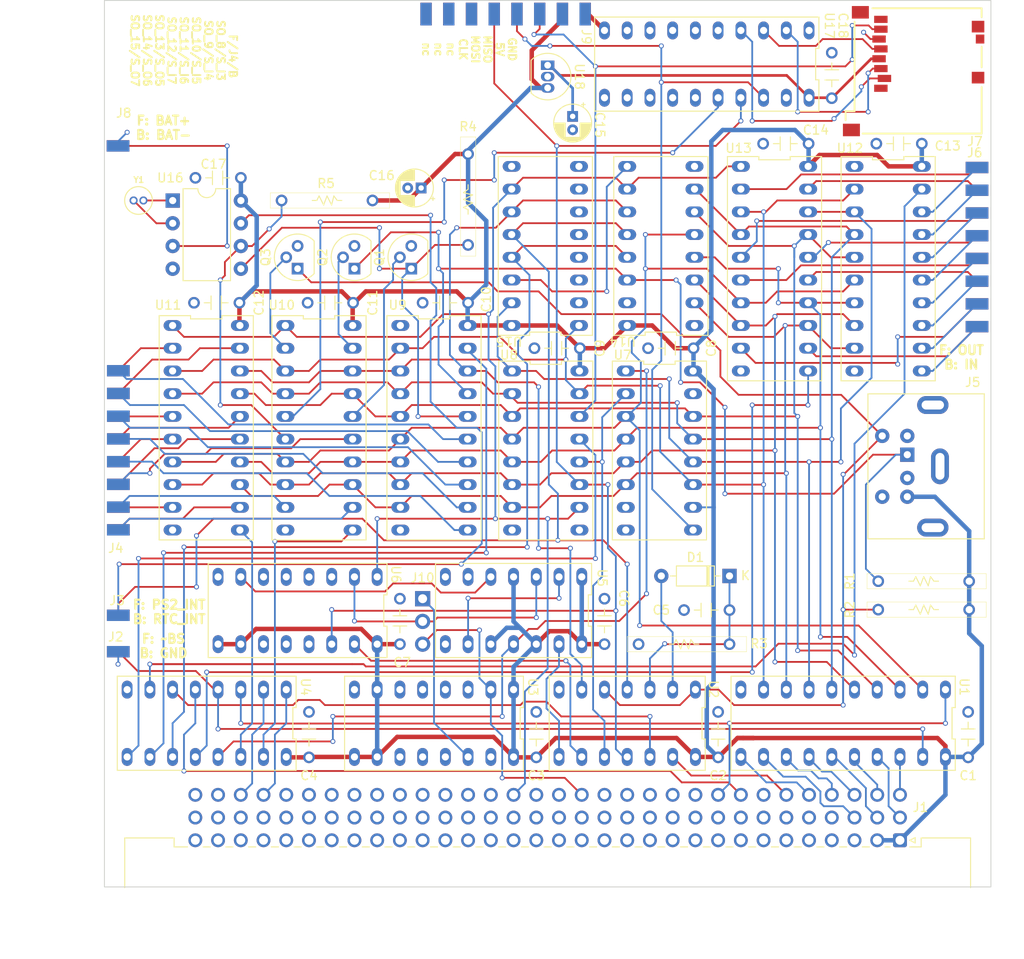
<source format=kicad_pcb>
(kicad_pcb (version 20211014) (generator pcbnew)
  (layers (0 "F.Cu" signal) (1 "In1.Cu" signal) (2 "In2.Cu" signal) (31 "B.Cu" signal) (34 "B.Paste" user) (35 "F.Paste" user) (36 "B.SilkS" user "B.Silkscreen") (37 "F.SilkS" user "F.Silkscreen") (38 "B.Mask" user) (39 "F.Mask" user) (44 "Edge.Cuts" user))
  (net 0 "")
  (net 1 "/A19")
  (net 2 "/A17")
  (net 3 "/A15")
  (net 4 "/A13")
  (net 5 "/A8")
  (net 6 "/A7")
  (net 7 "/A6")
  (net 8 "/A5")
  (net 9 "/A4")
  (net 10 "/A3")
  (net 11 "/A2")
  (net 12 "/A1")
  (net 13 "/D0")
  (net 14 "/D1")
  (net 15 "/D2")
  (net 16 "GND")
  (net 17 "/D3")
  (net 18 "/D4")
  (net 19 "/D5")
  (net 20 "/D6")
  (net 21 "/D7")
  (net 22 "/A11")
  (net 23 "/~RD_L")
  (net 24 "/A12")
  (net 25 "/A10")
  (net 26 "/A9")
  (net 27 "/A14")
  (net 28 "/~WR_L")
  (net 29 "/A18")
  (net 30 "/A16")
  (net 31 "+5V")
  (net 32 "/D8")
  (net 33 "/D9")
  (net 34 "/D10")
  (net 35 "/D11")
  (net 36 "/D12")
  (net 37 "/D13")
  (net 38 "/D14")
  (net 39 "/D15")
  (net 40 "/~RD_U")
  (net 41 "/~WR_U")
  (net 42 "/TMP0")
  (net 43 "/TMP1")
  (net 44 "/TMP2")
  (net 45 "/TMP3")
  (net 46 "/TMP4")
  (net 47 "/TMP5")
  (net 48 "/TMP10")
  (net 49 "/TMP11")
  (net 50 "/TMP12")
  (net 51 "/TMP13")
  (net 52 "/TMP14")
  (net 53 "/TMP15")
  (net 54 "/TMP16")
  (net 55 "/~A23")
  (net 56 "/~A22")
  (net 57 "/~A21")
  (net 58 "/~A20")
  (net 59 "/A23")
  (net 60 "/A22")
  (net 61 "/A21")
  (net 62 "/A20")
  (net 63 "/~AS")
  (net 64 "/~UDS")
  (net 65 "/~LDS")
  (net 66 "/~DTACK")
  (net 67 "/~BG")
  (net 68 "/~BGACK")
  (net 69 "/~BR")
  (net 70 "/CLK")
  (net 71 "/~HALT")
  (net 72 "/~RST")
  (net 73 "/~VMA")
  (net 74 "/E")
  (net 75 "/~VPA")
  (net 76 "/R{slash}~W")
  (net 77 "/~BERR")
  (net 78 "/~IPL2")
  (net 79 "/~IPL1")
  (net 80 "/~IPL0")
  (net 81 "/FC2")
  (net 82 "/FC1")
  (net 83 "/FC0")
  (net 84 "/TMP17")
  (net 85 "/TMP18")
  (net 86 "/TMP19")
  (net 87 "Net-(D1-Pad2)")
  (net 88 "/~BS")
  (net 89 "/BD4")
  (net 90 "/BD3")
  (net 91 "/BD2")
  (net 92 "/BD1")
  (net 93 "/BD0")
  (net 94 "/BD5")
  (net 95 "/BD6")
  (net 96 "/BD7")
  (net 97 "/SD_DO")
  (net 98 "/PS2_INT")
  (net 99 "/SPI_CLK")
  (net 100 "/~SPI_CLK")
  (net 101 "/SPI_MOSI")
  (net 102 "/IO_RD_3")
  (net 103 "/IO_RD_2")
  (net 104 "/IO_RD_1")
  (net 105 "/IO_RD_0")
  (net 106 "/IO_WR_3")
  (net 107 "/IO_WR_2")
  (net 108 "/IO_WR_1")
  (net 109 "/IO_WR_0")
  (net 110 "+3V3")
  (net 111 "/SD_CLK")
  (net 112 "/SD_D1")
  (net 113 "/SD_CS0")
  (net 114 "/SYS_IN_7")
  (net 115 "/SYS_IN_6")
  (net 116 "/SYS_IN_5")
  (net 117 "/SYS_IN_4")
  (net 118 "/SYS_IN_3")
  (net 119 "/SYS_OUT_7")
  (net 120 "/SYS_OUT_6")
  (net 121 "/SYS_OUT_15")
  (net 122 "/SYS_OUT_8")
  (net 123 "/SYS_OUT_14")
  (net 124 "/SYS_OUT_9")
  (net 125 "/SYS_OUT_13")
  (net 126 "/SYS_OUT_10")
  (net 127 "/SYS_OUT_12")
  (net 128 "/SYS_OUT_11")
  (net 129 "/PS2_CLOCK")
  (net 130 "/PS2_DATA")
  (net 131 "/SCL")
  (net 132 "/SDA")
  (net 133 "Net-(U2-Pad12)")
  (net 134 "/SPI_CE0")
  (net 135 "/SYS_OUT_5")
  (net 136 "Net-(J5-Pad1)")
  (net 137 "Net-(J5-Pad5)")
  (net 138 "/SYS_PORT_SPI_CE0")
  (net 139 "Net-(C5-Pad1)")
  (net 140 "Net-(U2-Pad9)")
  (net 141 "Net-(U2-Pad8)")
  (net 145 "Net-(U5-Pad2)")
  (net 148 "/RTC_INT")
  (net 149 "Net-(Q1-Pad2)")
  (net 152 "Net-(U5-Pad5)")
  (net 153 "Net-(J6-Pad9)")
  (net 154 "Net-(J6-Pad10)")
  (net 155 "Net-(J6-Pad11)")
  (net 156 "Net-(J6-Pad12)")
  (net 157 "Net-(J6-Pad13)")
  (net 158 "Net-(J6-Pad14)")
  (net 159 "Net-(J6-Pad15)")
  (net 160 "Net-(J6-Pad16)")
  (net 164 "Net-(J8-Pad1)")
  (net 175 "/CLK2")
  (net 176 "Net-(J10-Pad2)")
  (net 177 "Net-(U14-Pad11)")
  (net 185 "Net-(U14-Pad9)")
  (net 194 "Net-(U16-Pad1)")
  (net 195 "Net-(U16-Pad2)")
  (net 206 "/OD0")
  (net 207 "/OD1")
  (net 208 "/OD2")
  (net 209 "/OD3")
  (net 210 "/OD4")
  (net 211 "/OD5")
  (net 212 "/OD6")
  (net 213 "/OD7")
  (footprint "Footpp:DIP-2_200_ELL" (layer "F.Cu") (at 110.49 97.79)
    (fp_text reference "C1")
    (fp_text value "100n")
  )
  (footprint "Footpp:DIP-2_200_ELL" (layer "F.Cu") (at 81.28 83.87 90)
    (fp_text reference "C5")
    (fp_text value "100nF")
  )
  (footprint "Footpp:DIP-2_200_ELL" (layer "F.Cu") (at 39.22 49.53 90)
    (fp_text reference "C11")
    (fp_text value "100n")
  )
  (footprint "Footpp:DIP-16" (layer "F.Cu") (at 35.56 83.92 180)
    (fp_text reference "U6")
    (fp_text value "74LS161")
  )
  (footprint "Footpp:DIP-16" (layer "F.Cu") (at 76.15 43.18 90)
    (fp_text reference "U14")
    (fp_text value "74HC595")
  )
  (footprint "Footpp:DIP-20" (layer "F.Cu") (at 81.28 22.86 180)
    (fp_text reference "U17")
    (fp_text value "74LVC245")
  )
  (footprint "Footpp:DIP-20" (layer "F.Cu") (at 88.85 45.72 -90)
    (fp_text reference "U13")
    (fp_text value "74HC273")
  )
  (footprint "Footpp:DIP-2_200_ELL" (layer "F.Cu") (at 62.23 97.79)
    (fp_text reference "C3")
    (fp_text value "100n")
  )
  (footprint "Footpp:DIP-16" (layer "F.Cu") (at 75.99 66.04 -90)
    (fp_text reference "U7")
    (fp_text value "74HC165")
  )
  (footprint "Package_TO_SOT_THT:TO-92" (layer "F.Cu") (at 35.56 45.72 90)
    (fp_text reference "Q3")
    (fp_text value "Q_NMOS_DGS")
  )
  (footprint "Footpp:din" (layer "F.Cu") (at 103.689 66.508 90)
    (fp_text reference "J5")
    (fp_text value "Mini-DIN-6")
  )
  (footprint "Footpp:DIP-2_200_ELL" (layer "F.Cu") (at 90.12 31.75 90)
    (fp_text reference "C14")
    (fp_text value "100n")
  )
  (footprint "Footpp:2x01 finger" (layer "F.Cu") (at 14.8844 91.694 180)
    (fp_text reference "J2")
    (fp_text value "2x01")
  )
  (footprint "Footpp:DIP-2_200_ELL" (layer "F.Cu") (at 82.55 97.79)
    (fp_text reference "C2")
    (fp_text value "100n")
  )
  (footprint "Capacitor_THT:CP_Radial_D4.0mm_P1.50mm" (layer "F.Cu") (at 66.294 28.702 -90)
    (fp_text reference "C15")
    (fp_text value "C_Polarized")
  )
  (footprint "Footpp:DIP-2_200_ELL" (layer "F.Cu") (at 26.68 35.57 90)
    (fp_text reference "C17")
    (fp_text value "100n")
  )
  (footprint "Package_TO_SOT_THT:TO-92" (layer "F.Cu") (at 41.91 45.72 90)
    (fp_text reference "Q2")
    (fp_text value "Q_NMOS_DGS")
  )
  (footprint "Footpp:DIP-16" (layer "F.Cu") (at 63.29 66.04 -90)
    (fp_text reference "U8")
    (fp_text value "74HC595")
  )
  (footprint "Footpp:sd" (layer "F.Cu") (at 104.394 23.622 -90)
    (fp_text reference "J7")
    (fp_text value "Micro_SD_Card_Det")
  )
  (footprint "Footpp:DIP-20" (layer "F.Cu") (at 96.52 96.52 180)
    (fp_text reference "U1")
    (fp_text value "74HC245")
  )
  (footprint "Footpp:res" (layer "F.Cu") (at 54.61 46.2425 180)
    (fp_text reference "R4")
    (fp_text value "R")
  )
  (footprint "Footpp:DIP-2_200_ELL" (layer "F.Cu") (at 52.07 49.53 90)
    (fp_text reference "C10")
    (fp_text value "100n")
  )
  (footprint "Footpp:DIP-2_200_ELL" (layer "F.Cu") (at 77.26 54.61 90)
    (fp_text reference "C8")
    (fp_text value "100n")
  )
  (footprint "Diode_THT:D_DO-35_SOD27_P7.62mm_Horizontal" (layer "F.Cu") (at 83.82 80.06 180)
    (fp_text reference "D1")
    (fp_text value "D")
  )
  (footprint "Connector_PinHeader_2.54mm:PinHeader_1x03_P2.54mm_Vertical" (layer "F.Cu") (at 49.53 82.6)
    (fp_text reference "J10")
    (fp_text value "1x03")
  )
  (footprint "Footpp:res" (layer "F.Cu") (at 70.485 87.68 90)
    (fp_text reference "R3")
    (fp_text value "1K")
  )
  (footprint "Footpp:DIP-2_200_ELL" (layer "F.Cu") (at 64.56 54.61 90)
    (fp_text reference "C9")
    (fp_text value "100n")
  )
  (footprint "Footpp:DIP-20" (layer "F.Cu") (at 50.8 63.5 -90)
    (fp_text reference "U9")
    (fp_text value "74HC245")
  )
  (footprint "Footpp:DIP-16" (layer "F.Cu") (at 25.4 96.52 180)
    (fp_text reference "U4")
    (fp_text value "74LS138")
  )
  (footprint "Footpp:DIP-2_200_ELL" (layer "F.Cu") (at 95.25 24.13)
    (fp_text reference "C18")
    (fp_text value "100n")
  )
  (footprint "Footpp:XTAL_ECS-.327-12.5-8X-C" (layer "F.Cu") (at 17.78 38.1)
    (fp_text reference "Y1")
    (fp_text value "32768hz")
  )
  (footprint "Footpp:2x08 finger" (layer "F.Cu") (at 112.7506 33.782)
    (fp_text reference "J6")
    (fp_text value "02x08")
  )
  (footprint "Footpp:2x08 finger" (layer "F.Cu") (at 68.326 18.542 -90)
    (fp_text reference "J9")
    (fp_text value "2x08")
  )
  (footprint "Footpp:DIP-14" (layer "F.Cu") (at 59.69 83.92 180)
    (fp_text reference "U5")
    (fp_text value "74HC74")
  )
  (footprint "Footpp:DIP-2_200_ELL" (layer "F.Cu") (at 36.83 97.79)
    (fp_text reference "C4")
    (fp_text value "100n")
  )
  (footprint "Footpp:DIP-2_200_ELL" (layer "F.Cu") (at 26.52 49.53 90)
    (fp_text reference "C12")
    (fp_text value "100n")
  )
  (footprint "Footpp:DIP-20" (layer "F.Cu") (at 25.35 63.5 -90)
    (fp_text reference "U11")
    (fp_text value "74HC273")
  )
  (footprint "Footpp:res" (layer "F.Cu") (at 97.2675 83.82 90)
    (fp_text reference "R2")
    (fp_text value "1K")
  )
  (footprint "Footpp:res" (layer "F.Cu") (at 97.2675 80.645 90)
    (fp_text reference "R1")
    (fp_text value "1K")
  )
  (footprint "Capacitor_THT:CP_Radial_D4.0mm_P1.50mm" (layer "F.Cu") (at 49.3636 36.703 180)
    (fp_text reference "C16")
    (fp_text value "C_Polarized")
  )
  (footprint "Footpp:2x01 finger" (layer "F.Cu") (at 16.1544 81.28)
    (fp_text reference "J3")
    (fp_text value "2x01")
  )
  (footprint "Footpp:DIP-20" (layer "F.Cu") (at 37.95 63.5 -90)
    (fp_text reference "U10")
    (fp_text value "74HC273")
  )
  (footprint "Package_DIP:DIP-8_W7.62mm" (layer "F.Cu") (at 21.6 38.11)
    (fp_text reference "U16")
    (fp_text value "DS1307+")
  )
  (footprint "Footpp:2x01 finger" (layer "F.Cu") (at 16.129 28.829)
    (fp_text reference "J8")
    (fp_text value "2x01")
  )
  (footprint "Footpp:DIP-16" (layer "F.Cu") (at 50.8 96.52 180)
    (fp_text reference "U3")
    (fp_text value "74LS161")
  )
  (footprint "Footpp:DIP-14" (layer "F.Cu") (at 72.39 96.52 180)
    (fp_text reference "U2")
    (fp_text value "74HC14")
  )
  (footprint "Footpp:DIP-2_200_ELL" (layer "F.Cu") (at 46.99 85.14)
    (fp_text reference "C7")
    (fp_text value "100n")
  )
  (footprint "Footpp:DIP-16" (layer "F.Cu") (at 63.24 43.18 90)
    (fp_text reference "U15")
    (fp_text value "74HC595")
  )
  (footprint "Package_TO_SOT_THT:TO-92_Inline" (layer "F.Cu") (at 63.5 22.987 -90)
    (fp_text reference "U18")
    (fp_text value "LP2950-3.3_TO92")
  )
  (footprint "Footpp:DIP-2_200_ELL" (layer "F.Cu") (at 69.85 85.14)
    (fp_text reference "C6")
    (fp_text value "100n")
  )
  (footprint "Footpp:2x08 finger" (layer "F.Cu") (at 14.2555 75.5396 180)
    (fp_text reference "J4")
    (fp_text value "Conn_02x08_Top_Bottom")
  )
  (footprint "Footpp:res" (layer "F.Cu") (at 30.5925 38.1 90)
    (fp_text reference "R5")
    (fp_text value "R")
  )
  (footprint "Footpp:DIP-2_200_ELL" (layer "F.Cu") (at 102.77 31.75 90)
    (fp_text reference "C13")
    (fp_text value "100n")
  )
  (footprint "Connector_DIN:DIN41612_R_3x32_Male_Horizontal_THT" (layer "F.Cu") (at 102.87 109.595 180)
    (fp_text reference "J1")
    (fp_text value "3x32")
  )
  (footprint "Package_TO_SOT_THT:TO-92" (layer "F.Cu") (at 48.26 45.72 90)
    (fp_text reference "Q1")
    (fp_text value "Q_NMOS_DGS")
  )
  (footprint "Footpp:DIP-20" (layer "F.Cu") (at 101.55 45.72 -90)
    (fp_text reference "U12")
    (fp_text value "74HC245")
  )
  (gr_rect (start 13.97 15.748) (end 113.03 114.808) (layer "Edge.Cuts") (width 0.1) (fill none))
  (gr_text "  F/J4/B\nSO_8/S_I3\nSO_9/S_I4\nSO_10/S_I5\nSO_11/S_I6\nSO_12/S_I7\nSO_13/S_O5\nSO_14/S_O6\nSO_15/S_O7" (at 22.86 21.336 270) (layer "F.SilkS") (effects (font (size 0.85 0.85) (thickness 0.2125))))
  (gr_text "F: PS2_INT\nB: RTC_INT" (at 21.209 84.074) (layer "F.SilkS") (effects (font (size 1 1) (thickness 0.25))))
  (gr_text "F: ~BS\nB: GND" (at 20.574 87.884) (layer "F.SilkS") (effects (font (size 1 1) (thickness 0.25))))
  (gr_text "F: BAT+\nB: BAT-" (at 20.574 29.972) (layer "F.SilkS") (effects (font (size 1 1) (thickness 0.25))))
  (gr_text "GND\n5V\nMISO\nMOSI\nCLK\nnc\nnc\nnc" (at 54.737 21.209 270) (layer "F.SilkS") (effects (font (size 0.85 0.85) (thickness 0.2125))))
  (gr_text "F: OUT\nB: IN" (at 109.728 55.626) (layer "F.SilkS") (effects (font (size 1 1) (thickness 0.25))))
  (segment (start 31.75 92.76) (end 31.75 96.52) (width 0.2) (layer "B.Cu") (net 11))
  (segment (start 31.75 96.52) (end 30.48 97.79) (width 0.2) (layer "B.Cu") (net 11))
  (segment (start 30.48 97.79) (end 30.48 103.245) (width 0.2) (layer "B.Cu") (net 11))
  (segment (start 30.48 103.245) (end 29.21 104.515) (width 0.2) (layer "B.Cu") (net 11))
  (segment (start 33.02 97.79) (end 34.29 96.52) (width 0.2) (layer "B.Cu") (net 12))
  (segment (start 34.29 96.52) (end 34.29 92.76) (width 0.2) (layer "B.Cu") (net 12))
  (segment (start 31.75 104.515) (end 33.02 103.245) (width 0.2) (layer "B.Cu") (net 12))
  (segment (start 33.02 103.245) (end 33.02 97.79) (width 0.2) (layer "B.Cu") (net 12))
  (segment (start 92.71 104.515) (end 91.319 103.124) (width 0.2) (layer "B.Cu") (net 13))
  (segment (start 87.934 103.124) (end 85.09 100.28) (width 0.2) (layer "B.Cu") (net 13))
  (segment (start 91.319 103.124) (end 87.934 103.124) (width 0.2) (layer "B.Cu") (net 13))
  (segment (start 90.17 100.457) (end 90.17 100.28) (width 0.2) (layer "B.Cu") (net 14))
  (segment (start 93.7865 102.6765) (end 92.9005 101.7905) (width 0.2) (layer "B.Cu") (net 14))
  (segment (start 91.5035 101.7905) (end 90.17 100.457) (width 0.2) (layer "B.Cu") (net 14))
  (segment (start 95.25 104.515) (end 95.25 103.251) (width 0.2) (layer "B.Cu") (net 14))
  (segment (start 94.6755 102.6765) (end 93.7865 102.6765) (width 0.2) (layer "B.Cu") (net 14))
  (segment (start 92.9005 101.7905) (end 91.5035 101.7905) (width 0.2) (layer "B.Cu") (net 14))
  (segment (start 95.25 103.251) (end 94.6755 102.6765) (width 0.2) (layer "B.Cu") (net 14))
  (segment (start 94.1705 101.9175) (end 92.71 100.457) (width 0.2) (layer "B.Cu") (net 15))
  (segment (start 92.71 100.457) (end 92.71 100.28) (width 0.2) (layer "B.Cu") (net 15))
  (segment (start 95.1925 101.9175) (end 94.1705 101.9175) (width 0.2) (layer "B.Cu") (net 15))
  (segment (start 97.79 104.515) (end 95.1925 101.9175) (width 0.2) (layer "B.Cu") (net 15))
  (segment (start 68.022 17.272) (end 69.85 19.1) (width 0.5) (layer "F.Cu") (net 16))
  (segment (start 100.534 20.062) (end 99.564 20.062) (width 0.2) (layer "F.Cu") (net 16))
  (segment (start 99.564 20.062) (end 98.806 19.304) (width 0.2) (layer "F.Cu") (net 16))
  (segment (start 67.691 17.272) (end 68.022 17.272) (width 0.5) (layer "F.Cu") (net 16))
  (via (at 15.494 89.916) (size 0.55) (drill 0.35) (layers "F.Cu" "B.Cu") (net 16))
  (via (at 98.806 19.304) (size 0.55) (drill 0.35) (layers "F.Cu" "B.Cu") (net 16))
  (via (at 16.51 30.48) (size 0.55) (drill 0.35) (layers "F.Cu" "B.Cu") (net 16))
  (segment (start 15.494 31.496) (end 16.51 30.48) (width 0.2) (layer "B.Cu") (net 16))
  (segment (start 15.5194 88.519) (end 15.5194 89.8906) (width 0.2) (layer "B.Cu") (net 16))
  (segment (start 15.5194 89.8906) (end 15.494 89.916) (width 0.2) (layer "B.Cu") (net 16))
  (segment (start 15.494 32.004) (end 15.494 31.496) (width 0.2) (layer "B.Cu") (net 16))
  (segment (start 100.33 104.515) (end 100.33 103.378) (width 0.2) (layer "B.Cu") (net 17))
  (segment (start 100.33 103.378) (end 97.79 100.838) (width 0.2) (layer "B.Cu") (net 17))
  (segment (start 97.79 100.838) (end 97.79 100.28) (width 0.2) (layer "B.Cu") (net 17))
  (segment (start 102.87 104.515) (end 102.87 100.28) (width 0.2) (layer "B.Cu") (net 18))
  (segment (start 101.6 101.55) (end 100.33 100.28) (width 0.2) (layer "B.Cu") (net 19))
  (segment (start 102.87 107.055) (end 101.6 105.785) (width 0.2) (layer "B.Cu") (net 19))
  (segment (start 101.6 105.785) (end 101.6 101.55) (width 0.2) (layer "B.Cu") (net 19))
  (segment (start 95.25 100.28) (end 95.581 100.28) (width 0.2) (layer "B.Cu") (net 20))
  (segment (start 99.06 105.785) (end 99.06 103.759) (width 0.2) (layer "B.Cu") (net 20))
  (segment (start 95.581 100.28) (end 99.06 103.759) (width 0.2) (layer "B.Cu") (net 20))
  (segment (start 100.33 107.055) (end 99.06 105.785) (width 0.2) (layer "B.Cu") (net 20))
  (segment (start 94.361 105.791) (end 93.98 105.41) (width 0.2) (layer "B.Cu") (net 21))
  (segment (start 97.79 107.055) (end 96.526 105.791) (width 0.2) (layer "B.Cu") (net 21))
  (segment (start 93.98 104.14) (end 92.329 102.489) (width 0.2) (layer "B.Cu") (net 21))
  (segment (start 92.329 102.489) (end 89.839 102.489) (width 0.2) (layer "B.Cu") (net 21))
  (segment (start 93.98 105.41) (end 93.98 104.14) (width 0.2) (layer "B.Cu") (net 21))
  (segment (start 89.839 102.489) (end 87.63 100.28) (width 0.2) (layer "B.Cu") (net 21))
  (segment (start 96.526 105.791) (end 94.361 105.791) (width 0.2) (layer "B.Cu") (net 21))
  (segment (start 77.901 98.171) (end 80.01 100.28) (width 0.5) (layer "F.Cu") (net 31))
  (segment (start 64.389 98.171) (end 77.901 98.171) (width 0.5) (layer "F.Cu") (net 31))
  (segment (start 64.389 98.171) (end 62.23 100.33) (width 0.5) (layer "F.Cu") (net 31))
  (segment (start 75.184 52.07) (end 72.39 52.07) (width 0.5) (layer "F.Cu") (net 31))
  (segment (start 100.33 33.02) (end 93.88 33.02) (width 0.5) (layer "F.Cu") (net 31))
  (segment (start 34.34 100.33) (end 34.29 100.28) (width 0.5) (layer "F.Cu") (net 31))
  (segment (start 62.7 25.527) (end 63.5 25.527) (width 0.5) (layer "F.Cu") (net 31))
  (segment (start 67.1 54.61) (end 69.85 54.61) (width 0.5) (layer "F.Cu") (net 31))
  (segment (start 59.74 100.33) (end 59.69 100.28) (width 0.5) (layer "F.Cu") (net 31))
  (segment (start 69.85 54.61) (end 72.39 52.07) (width 0.5) (layer "F.Cu") (net 31))
  (segment (start 93.88 33.02) (end 92.61 34.29) (width 0.5) (layer "F.Cu") (net 31))
  (segment (start 67.31 87.68) (end 69.85 87.68) (width 0.5) (layer "F.Cu") (net 31))
  (segment (start 44.45 87.68) (end 44.373 87.68) (width 0.5) (layer "F.Cu") (net 31))
  (segment (start 65.86048 86.23048) (end 63.67952 86.23048) (width 0.5) (layer "F.Cu") (net 31))
  (segment (start 86.487 98.171) (end 85.344 98.171) (width 0.5) (layer "F.Cu") (net 31))
  (segment (start 47.9666 38.1) (end 49.3636 36.703) (width 0.5) (layer "F.Cu") (net 31))
  (segment (start 67.31 87.68) (end 65.86048 86.23048) (width 0.5) (layer "F.Cu") (net 31))
  (segment (start 65.151 17.272) (end 65.151 17.907) (width 0.5) (layer "F.Cu") (net 31))
  (segment (start 29.06 49.53) (end 29.06 52.02) (width 0.5) (layer "F.Cu") (net 31))
  (segment (start 77.724 54.61) (end 75.184 52.07) (width 0.5) (layer "F.Cu") (net 31))
  (segment (start 44.373 87.68) (end 42.672 85.979) (width 0.5) (layer "F.Cu") (net 31))
  (segment (start 63.67952 86.23048) (end 62.23 87.68) (width 0.5) (layer "F.Cu") (net 31))
  (segment (start 44.45 87.68) (end 46.99 87.68) (width 0.5) (layer "F.Cu") (net 31))
  (segment (start 57.454 98.044) (end 46.686 98.044) (width 0.5) (layer "F.Cu") (net 31))
  (segment (start 79.8 54.61) (end 77.724 54.61) (width 0.5) (layer "F.Cu") (net 31))
  (segment (start 59.48 52.07) (end 54.56 52.07) (width 0.5) (layer "F.Cu") (net 31))
  (segment (start 41.76 49.53) (end 40.49 48.26) (width 0.5) (layer "F.Cu") (net 31))
  (segment (start 67.1 54.61) (end 64.56 52.07) (width 0.5) (layer "F.Cu") (net 31))
  (segment (start 44.45 100.28) (end 36.88 100.28) (width 0.5) (layer "F.Cu") (net 31))
  (segment (start 82.5 100.28) (end 82.55 100.33) (width 0.5) (layer "F.Cu") (net 31))
  (segment (start 59.69 100.28) (end 57.454 98.044) (width 0.5) (layer "F.Cu") (net 31))
  (segment (start 64.56 52.07) (end 59.48 52.07) (width 0.5) (layer "F.Cu") (net 31))
  (segment (start 62.23 100.33) (end 59.74 100.33) (width 0.5) (layer "F.Cu") (net 31))
  (segment (start 46.686 98.044) (end 44.45 100.28) (width 0.5) (layer "F.Cu") (net 31))
  (segment (start 107.061 98.171) (end 86.487 98.171) (width 0.5) (layer "F.Cu") (net 31))
  (segment (start 105.31 34.29) (end 101.6 34.29) (width 0.5) (layer "F.Cu") (net 31))
  (segment (start 84.709 98.171) (end 82.55 100.33) (width 0.5) (layer "F.Cu") (net 31))
  (segment (start 43.18 48.26) (end 41.91 49.53) (width 0.5) (layer "F.Cu") (net 31))
  (segment (start 107.95 99.06) (end 107.061 98.171) (width 0.5) (layer "F.Cu") (net 31))
  (segment (start 86.487 98.171) (end 84.709 98.171) (width 0.5) (layer "F.Cu") (net 31))
  (segment (start 53.34 48.26) (end 43.18 48.26) (width 0.5) (layer "F.Cu") (net 31))
  (segment (start 101.6 34.29) (end 100.33 33.02) (width 0.5) (layer "F.Cu") (net 31))
  (segment (start 43.9275 38.1) (end 47.9666 38.1) (width 0.5) (layer "F.Cu") (net 31))
  (segment (start 30.911 85.979) (end 29.21 87.68) (width 0.5) (layer "F.Cu") (net 31))
  (segment (start 29.21 87.68) (end 26.67 87.68) (width 0.5) (layer "F.Cu") (net 31))
  (segment (start 54.61 49.53) (end 53.34 48.26) (width 0.5) (layer "F.Cu") (net 31))
  (segment (start 107.95 100.28) (end 107.95 99.06) (width 0.5) (layer "F.Cu") (net 31))
  (segment (start 61.722 24.549) (end 62.7 25.527) (width 0.5) (layer "F.Cu") (net 31))
  (segment (start 41.71 52.07) (end 41.71 49.58) (width 0.5) (layer "F.Cu") (net 31))
  (segment (start 30.33 48.26) (end 29.06 49.53) (width 0.5) (layer "F.Cu") (net 31))
  (segment (start 85.344 98.171) (end 84.709 98.171) (width 0.5) (layer "F.Cu") (net 31))
  (segment (start 42.672 85.979) (end 30.911 85.979) (width 0.5) (layer "F.Cu") (net 31))
  (segment (start 36.83 100.33) (end 34.34 100.33) (width 0.5) (layer "F.Cu") (net 31))
  (segment (start 65.151 17.907) (end 61.722 21.336) (width 0.5) (layer "F.Cu") (net 31))
  (segment (start 40.49 48.26) (end 30.33 48.26) (width 0.5) (layer "F.Cu") (net 31))
  (segment (start 80.01 100.28) (end 82.5 100.28) (width 0.5) (layer "F.Cu") (net 31))
  (segment (start 36.88 100.28) (end 36.83 100.33) (width 0.5) (layer "F.Cu") (net 31))
  (segment (start 61.722 21.336) (end 61.722 24.549) (width 0.5) (layer "F.Cu") (net 31))
  (segment (start 53.1591 32.9075) (end 49.3636 36.703) (width 0.5) (layer "F.Cu") (net 31))
  (segment (start 54.61 32.9075) (end 53.1591 32.9075) (width 0.5) (layer "F.Cu") (net 31))
  (segment (start 107.95 100.28) (end 110.44 100.28) (width 0.5) (layer "B.Cu") (net 31))
  (segment (start 82.042 91.948) (end 81.28 92.71) (width 0.5) (layer "B.Cu") (net 31))
  (segment (start 79.8 54.61) (end 79.8 57.1) (width 0.5) (layer "B.Cu") (net 31))
  (segment (start 67.1 57.1) (end 67.05 57.15) (width 0.5) (layer "B.Cu") (net 31))
  (segment (start 79.75 57.15) (end 80.01 57.15) (width 0.5) (layer "B.Cu") (net 31))
  (segment (start 112.014 87.884) (end 110.6025 86.4725) (width 0.5) (layer "B.Cu") (net 31))
  (segment (start 92.66 31.75) (end 92.66 34.24) (width 0.5) (layer "B.Cu") (net 31))
  (segment (start 30.988 39.878) (end 29.22 38.11) (width 0.5) (layer "B.Cu") (net 31))
  (segment (start 105.31 34.29) (end 105.31 31.75) (width 0.5) (layer "B.Cu") (net 31))
  (segment (start 54.61 38.354) (end 54.61 32.512) (width 0.5) (layer "B.Cu") (net 31))
  (segment (start 59.69 85.14) (end 59.69 80.16) (width 0.5) (layer "B.Cu") (net 31))
  (segment (start 92.66 34.24) (end 92.61 34.29) (width 0.5) (layer "B.Cu") (net 31))
  (segment (start 29.22 38.11) (end 29.22 35.57) (width 0.5) (layer "B.Cu") (net 31))
  (segment (start 110.6025 86.4725) (end 110.6025 83.82) (width 0.5) (layer "B.Cu") (net 31))
  (segment (start 81.28 99.06) (end 82.55 100.33) (width 0.5) (layer "B.Cu") (net 31))
  (segment (start 82.042 72.39) (end 82.042 91.948) (width 0.5) (layer "B.Cu") (net 31))
  (segment (start 62.23 87.68) (end 60.402 85.852) (width 0.5) (layer "B.Cu") (net 31))
  (segment (start 29.06 49.53) (end 30.988 47.602) (width 0.5) (layer "B.Cu") (net 31))
  (segment (start 59.69 92.76) (end 59.69 90.22) (width 0.5) (layer "B.Cu") (net 31))
  (segment (start 61.595 25.527) (end 63.5 25.527) (width 0.5) (layer "B.Cu") (net 31))
  (segment (start 102.87 109.595) (end 107.95 104.515) (width 0.5) (layer "B.Cu") (net 31))
  (segment (start 81.788 52.578) (end 81.788 31.496) (width 0.5) (layer "B.Cu") (net 31))
  (segment (start 54.61 32.512) (end 61.595 25.527) (width 0.5) (layer "B.Cu") (net 31))
  (segment (start 91.136 30.226) (end 83.058 30.226) (width 0.5) (layer "B.Cu") (net 31))
  (segment (start 79.8 54.566) (end 81.788 52.578) (width 0.5) (layer "B.Cu") (net 31))
  (segment (start 79.8 54.61) (end 79.8 54.566) (width 0.5) (layer "B.Cu") (net 31))
  (segment (start 59.69 100.28) (end 59.69 92.76) (width 0.5) (layer "B.Cu") (net 31))
  (segment (start 62.23 87.68) (end 59.69 85.14) (width 0.5) (layer "B.Cu") (net 31))
  (segment (start 30.988 47.602) (end 30.988 39.878) (width 0.5) (layer "B.Cu") (net 31))
  (segment (start 56.642 40.386) (end 54.61 38.354) (width 0.5) (layer "B.Cu") (net 31))
  (segment (start 92.66 31.75) (end 91.136 30.226) (width 0.5) (layer "B.Cu") (net 31))
  (segment (start 59.69 90.22) (end 62.23 87.68) (width 0.5) (layer "B.Cu") (net 31))
  (segment (start 106.768 71.208) (end 103.689 71.208) (width 0.5) (layer "B.Cu") (net 31))
  (segment (start 81.28 92.71) (end 81.28 99.06) (width 0.5) (layer "B.Cu") (net 31))
  (segment (start 54.61 49.53) (end 56.642 47.498) (width 0.5) (layer "B.Cu") (net 31))
  (segment (start 83.058 30.226) (end 81.788 31.496) (width 0.5) (layer "B.Cu") (net 31))
  (segment (start 56.642 47.498) (end 56.642 40.386) (width 0.5) (layer "B.Cu") (net 31))
  (segment (start 110.6025 75.0425) (end 106.768 71.208) (width 0.5) (layer "B.Cu") (net 31))
  (segment (start 79.8 57.1) (end 79.75 57.15) (width 0.5) (layer "B.Cu") (net 31))
  (segment (start 107.95 104.515) (end 107.95 100.28) (width 0.5) (layer "B.Cu") (net 31))
  (segment (start 44.45 100.28) (end 44.45 87.68) (width 0.5) (layer "B.Cu") (net 31))
  (segment (start 79.75 72.39) (end 82.042 72.39) (width 0.2) (layer "B.Cu") (net 31))
  (segment (start 110.49 100.33) (end 112.014 98.806) (width 0.5) (layer "B.Cu") (net 31))
  (segment (start 82.042 59.182) (end 82.042 72.39) (width 0.5) (layer "B.Cu") (net 31))
  (segment (start 60.402 85.852) (end 58.928 85.852) (width 0.5) (layer "B.Cu") (net 31))
  (segment (start 67.31 87.68) (end 67.31 80.16) (width 0.5) (layer "B.Cu") (net 31))
  (segment (start 110.44 100.28) (end 110.49 100.33) (width 0.5) (layer "B.Cu") (net 31))
  (segment (start 54.56 49.58) (end 54.61 49.53) (width 0.5) (layer "B.Cu") (net 31))
  (segment (start 67.1 54.61) (end 67.1 57.1) (width 0.5) (layer "B.Cu") (net 31))
  (segment (start 57.15 87.63) (end 57.15 87.68) (width 0.5) (layer "B.Cu") (net 31))
  (segment (start 80.01 57.15) (end 82.042 59.182) (width 0.5) (layer "B.Cu") (net 31))
  (segment (start 110.6025 83.82) (end 110.6025 75.0425) (width 0.5) (layer "B.Cu") (net 31))
  (segment (start 54.56 52.07) (end 54.56 49.58) (width 0.5) (layer "B.Cu") (net 31))
  (segment (start 58.928 85.852) (end 57.15 87.63) (width 0.5) (layer "B.Cu") (net 31))
  (segment (start 100.33 109.595) (end 102.87 109.595) (width 0.5) (layer "B.Cu") (net 31))
  (segment (start 112.014 98.806) (end 112.014 87.884) (width 0.5) (layer "B.Cu") (net 31))
  (segment (start 88.017 102.362) (end 79.552 102.362) (width 0.2) (layer "F.Cu") (net 63))
  (segment (start 90.17 104.515) (end 88.017 102.362) (width 0.2) (layer "F.Cu") (net 63))
  (segment (start 79.552 102.362) (end 77.47 100.28) (width 0.2) (layer "F.Cu") (net 63))
  (segment (start 85.09 104.515) (end 83.699 103.124) (width 0.2) (layer "F.Cu") (net 65))
  (segment (start 83.699 103.124) (end 78.486 103.124) (width 0.2) (layer "F.Cu") (net 65))
  (segment (start 78.486 103.124) (end 77.216 101.854) (width 0.2) (layer "F.Cu") (net 65))
  (segment (start 77.216 101.854) (end 22.86 101.854) (width 0.2) (layer "F.Cu") (net 65))
  (via (at 22.86 101.854) (size 0.55) (drill 0.35) (layers "F.Cu" "B.Cu") (net 65))
  (segment (start 22.86 101.854) (end 22.86 97.79) (width 0.2) (layer "B.Cu") (net 65))
  (segment (start 24.13 96.52) (end 22.86 97.79) (width 0.2) (layer "B.Cu") (net 65))
  (segment (start 24.13 92.76) (end 24.13 96.52) (width 0.2) (layer "B.Cu") (net 65))
  (segment (start 65.411 102.616) (end 67.31 104.515) (width 0.2) (layer "F.Cu") (net 70))
  (segment (start 51.104 86.106) (end 55.88 86.106) (width 0.2) (layer "F.Cu") (net 70))
  (segment (start 49.53 87.68) (end 51.104 86.106) (width 0.2) (layer "F.Cu") (net 70))
  (segment (start 65.411 102.616) (end 58.42 102.616) (width 0.2) (layer "F.Cu") (net 70))
  (via (at 55.88 86.106) (size 0.55) (drill 0.35) (layers "F.Cu" "B.Cu") (net 70))
  (via (at 58.42 102.616) (size 0.55) (drill 0.35) (layers "F.Cu" "B.Cu") (net 70))
  (segment (start 57.15 92.76) (end 57.15 96.647) (width 0.2) (layer "B.Cu") (net 70))
  (segment (start 55.88 86.106) (end 55.88 91.49) (width 0.2) (layer "B.Cu") (net 70))
  (segment (start 55.88 91.49) (end 57.15 92.76) (width 0.2) (layer "B.Cu") (net 70))
  (segment (start 57.15 96.647) (end 58.42 97.917) (width 0.2) (layer "B.Cu") (net 70))
  (segment (start 58.42 97.917) (end 58.42 102.616) (width 0.2) (layer "B.Cu") (net 70))
  (segment (start 51.816 50.8) (end 56.896 50.8) (width 0.2) (layer "F.Cu") (net 72))
  (segment (start 83.566 34.29) (end 85.09 34.29) (width 0.2) (layer "F.Cu") (net 72))
  (segment (start 34.19 52.07) (end 32.92 53.34) (width 0.2) (layer "F.Cu") (net 72))
  (segment (start 22.86 53.34) (end 21.59 52.07) (width 0.2) (layer "F.Cu") (net 72))
  (segment (start 67.05 72.39) (end 65.78 73.66) (width 0.2) (layer "F.Cu") (net 72))
  (segment (start 72.39 36.83) (end 71.12 35.56) (width 0.2) (layer "F.Cu") (net 72))
  (segment (start 49.276 53.34) (end 51.816 50.8) (width 0.2) (layer "F.Cu") (net 72))
  (segment (start 60.75 35.56) (end 59.48 36.83) (width 0.2) (layer "F.Cu") (net 72))
  (segment (start 34.19 52.07) (end 35.46 53.34) (width 0.2) (layer "F.Cu") (net 72))
  (segment (start 35.46 53.34) (end 49.276 53.34) (width 0.2) (layer "F.Cu") (net 72))
  (segment (start 82.296 35.56) (end 83.566 34.29) (width 0.2) (layer "F.Cu") (net 72))
  (segment (start 71.12 35.56) (end 60.75 35.56) (width 0.2) (layer "F.Cu") (net 72))
  (segment (start 63.5 73.66) (end 57.658 73.66) (width 0.2) (layer "F.Cu") (net 72))
  (segment (start 57.658 73.66) (end 44.45 73.66) (width 0.2) (layer "F.Cu") (net 72))
  (segment (start 32.92 53.34) (end 22.86 53.34) (width 0.2) (layer "F.Cu") (net 72))
  (segment (start 73.66 35.56) (end 82.296 35.56) (width 0.2) (layer "F.Cu") (net 72))
  (segment (start 72.39 36.83) (end 73.66 35.56) (width 0.2) (layer "F.Cu") (net 72))
  (segment (start 65.78 73.66) (end 63.5 73.66) (width 0.2) (layer "F.Cu") (net 72))
  (via (at 56.896 50.8) (size 0.55) (drill 0.35) (layers "F.Cu" "B.Cu") (net 72))
  (via (at 63.5 73.66) (size 0.55) (drill 0.35) (layers "F.Cu" "B.Cu") (net 72))
  (via (at 44.45 73.66) (size 0.55) (drill 0.35) (layers "F.Cu" "B.Cu") (net 72))
  (via (at 57.658 73.66) (size 0.55) (drill 0.35) (layers "F.Cu" "B.Cu") (net 72))
  (segment (start 44.45 73.66) (end 44.45 80.16) (width 0.2) (layer "B.Cu") (net 72))
  (segment (start 59.48 36.83) (end 57.404 38.906) (width 0.2) (layer "B.Cu") (net 72))
  (segment (start 56.896 55.88) (end 56.896 50.8) (width 0.2) (layer "B.Cu") (net 72))
  (segment (start 60.96 92.964) (end 63.5 90.424) (width 0.2) (layer "B.Cu") (net 72))
  (segment (start 57.404 50.292) (end 56.896 50.8) (width 0.2) (layer "B.Cu") (net 72))
  (segment (start 57.658 73.66) (end 57.658 56.642) (width 0.2) (layer "B.Cu") (net 72))
  (segment (start 57.658 56.642) (end 56.896 55.88) (width 0.2) (layer "B.Cu") (net 72))
  (segment (start 63.5 90.424) (end 63.5 73.66) (width 0.2) (layer "B.Cu") (net 72))
  (segment (start 60.96 103.245) (end 60.96 92.964) (width 0.2) (layer "B.Cu") (net 72))
  (segment (start 59.69 104.515) (end 60.96 103.245) (width 0.2) (layer "B.Cu") (net 72))
  (segment (start 57.404 38.906) (end 57.404 50.292) (width 0.2) (layer "B.Cu") (net 72))
  (segment (start 29.23952 96.54952) (end 29.21 96.52) (width 0.2) (layer "F.Cu") (net 76))
  (segment (start 83.79048 96.54952) (end 83.82 96.52) (width 0.2) (layer "F.Cu") (net 76))
  (segment (start 83.82 96.52) (end 107.95 96.52) (width 0.2) (layer "F.Cu") (net 76))
  (segment (start 29.23952 96.54952) (end 83.79048 96.54952) (width 0.2) (layer "F.Cu") (net 76))
  (via (at 29.21 96.52) (size 0.55) (drill 0.35) (layers "F.Cu" "B.Cu") (net 76))
  (via (at 107.95 96.52) (size 0.55) (drill 0.35) (layers "F.Cu" "B.Cu") (net 76))
  (via (at 83.82 96.52) (size 0.55) (drill 0.35) (layers "F.Cu" "B.Cu") (net 76))
  (segment (start 29.21 96.52) (end 29.21 92.76) (width 0.2) (layer "B.Cu") (net 76))
  (segment (start 82.55 104.515) (end 83.82 103.245) (width 0.2) (layer "B.Cu") (net 76))
  (segment (start 107.95 96.52) (end 107.95 92.76) (width 0.2) (layer "B.Cu") (net 76))
  (segment (start 83.82 103.245) (end 83.82 96.52) (width 0.2) (layer "B.Cu") (net 76))
  (segment (start 77.47 86.36) (end 76.2 85.09) (width 0.2) (layer "B.Cu") (net 87))
  (segment (start 77.47 92.76) (end 77.47 86.36) (width 0.2) (layer "B.Cu") (net 87))
  (segment (start 76.2 85.09) (end 76.2 80.06) (width 0.2) (layer "B.Cu") (net 87))
  (segment (start 17.6784 90.678) (end 24.188 90.678) (width 0.2) (layer "F.Cu") (net 88))
  (segment (start 26.27 92.76) (end 24.188 90.678) (width 0.2) (layer "F.Cu") (net 88))
  (segment (start 17.6784 90.678) (end 15.5194 88.519) (width 0.2) (layer "F.Cu") (net 88))
  (segment (start 26.67 92.76) (end 26.27 92.76) (width 0.2) (layer "F.Cu") (net 88))
  (segment (start 26.67 97.155) (end 105.41 97.155) (width 0.2) (layer "F.Cu") (net 88))
  (via (at 105.41 97.155) (size 0.55) (drill 0.35) (layers "F.Cu" "B.Cu") (net 88))
  (via (at 26.67 97.155) (size 0.55) (drill 0.35) (layers "F.Cu" "B.Cu") (net 88))
  (segment (start 105.41 97.155) (end 105.41 100.28) (width 0.2) (layer "B.Cu") (net 88))
  (segment (start 26.67 97.155) (end 26.67 92.76) (width 0.2) (layer "B.Cu") (net 88))
  (segment (start 85.09 49.53) (end 81.28 45.72) (width 0.2) (layer "F.Cu") (net 89))
  (segment (start 81.28 45.72) (end 74.422 45.72) (width 0.2) (layer "F.Cu") (net 89))
  (segment (start 70.96 63.5) (end 72.23 62.23) (width 0.2) (layer "F.Cu") (net 89))
  (segment (start 34.19 67.31) (end 33.29048 66.41048) (width 0.2) (layer "F.Cu") (net 89))
  (segment (start 36.83 67.31) (end 38.1 66.04) (width 0.2) (layer "F.Cu") (net 89))
  (segment (start 89.154 48.26) (end 96.52 48.26) (width 0.2) (layer "F.Cu") (net 89))
  (segment (start 47.04 64.77) (end 48.31 63.5) (width 0.2) (layer "F.Cu") (net 89))
  (segment (start 27.31552 66.41048) (end 26.416 67.31) (width 0.2) (layer "F.Cu") (net 89))
  (segment (start 74.422 41.91) (end 79.91 41.91) (width 0.2) (layer "F.Cu") (net 89))
  (segment (start 48.31 63.5) (end 58.26 63.5) (width 0.2) (layer "F.Cu") (net 89))
  (segment (start 34.19 67.31) (end 36.83 67.31) (width 0.2) (layer "F.Cu") (net 89))
  (segment (start 47.04 64.77) (end 45.77 66.04) (width 0.2) (layer "F.Cu") (net 89))
  (segment (start 33.29048 66.41048) (end 27.31552 66.41048) (width 0.2) (layer "F.Cu") (net 89))
  (segment (start 58.26 63.5) (end 59.53 64.77) (width 0.2) (layer "F.Cu") (net 89))
  (segment (start 26.416 67.31) (end 21.59 67.31) (width 0.2) (layer "F.Cu") (net 89))
  (segment (start 45.77 66.04) (end 38.1 66.04) (width 0.2) (layer "F.Cu") (net 89))
  (segment (start 85.09 49.53) (end 87.884 49.53) (width 0.2) (layer "F.Cu") (net 89))
  (segment (start 98.248 85.598) (end 73.787 85.598) (width 0.2) (layer "F.Cu") (net 89))
  (segment (start 97.79 46.99) (end 96.52 48.26) (width 0.2) (layer "F.Cu") (net 89))
  (segment (start 59.53 64.77) (end 60.8 63.5) (width 0.2) (layer "F.Cu") (net 89))
  (segment (start 105.41 92.76) (end 98.248 85.598) (width 0.2) (layer "F.Cu") (net 89))
  (segment (start 87.884 49.53) (end 89.154 48.26) (width 0.2) (layer "F.Cu") (net 89))
  (segment (start 60.8 63.5) (end 70.96 63.5) (width 0.2) (layer "F.Cu") (net 89))
  (via (at 74.422 45.72) (size 0.55) (drill 0.35) (layers "F.Cu" "B.Cu") (net 89))
  (via (at 73.787 85.598) (size 0.55) (drill 0.35) (layers "F.Cu" "B.Cu") (net 89))
  (via (at 74.422 41.91) (size 0.55) (drill 0.35) (layers "F.Cu" "B.Cu") (net 89))
  (segment (start 74.422 45.72) (end 74.422 41.91) (width 0.2) (layer "B.Cu") (net 89))
  (segment (start 73.914 60.706) (end 73.914 56.134) (width 0.2) (layer "B.Cu") (net 89))
  (segment (start 72.898 55.118) (end 72.898 53.848) (width 0.2) (layer "B.Cu") (net 89))
  (segment (start 72.39 62.23) (end 73.914 60.706) (width 0.2) (layer "B.Cu") (net 89))
  (segment (start 72.898 55.118) (end 73.914 56.134) (width 0.2) (layer "B.Cu") (net 89))
  (segment (start 72.23 62.23) (end 73.787 63.787) (width 0.2) (layer "B.Cu") (net 89))
  (segment (start 73.787 63.787) (end 73.787 85.598) (width 0.2) (layer "B.Cu") (net 89))
  (segment (start 72.23 62.23) (end 72.39 62.23) (width 0.2) (layer "B.Cu") (net 89))
  (segment (start 72.898 53.848) (end 74.422 52.324) (width 0.2) (layer "B.Cu") (net 89))
  (segment (start 74.422 52.324) (end 74.422 45.72) (width 0.2) (layer "B.Cu") (net 89))
  (segment (start 95.962 88.392) (end 91.44 88.392) (width 0.2) (layer "F.Cu") (net 90))
  (segment (start 32.004 60.96) (end 38.1 60.96) (width 0.2) (layer "F.Cu") (net 90))
  (segment (start 95.15 44.45) (end 92.61 41.91) (width 0.2) (layer "F.Cu") (net 90))
  (segment (start 47.04 62.23) (end 44.25 62.23) (width 0.2) (layer "F.Cu") (net 90))
  (segment (start 38.1 60.96) (end 39.37 59.69) (width 0.2) (layer "F.Cu") (net 90))
  (segment (start 83.72 43.18) (end 91.059 43.18) (width 0.2) (layer "F.Cu") (net 90))
  (segment (start 39.37 59.69) (end 41.71 59.69) (width 0.2) (layer "F.Cu") (net 90))
  (segment (start 59.53 62.23) (end 58.26 60.96) (width 0.2) (layer "F.Cu") (net 90))
  (segment (start 79.75 62.23) (end 78.85048 61.33048) (width 0.2) (layer "F.Cu") (net 90))
  (segment (start 100.33 92.76) (end 95.962 88.392) (width 0.2) (layer "F.Cu") (net 90))
  (segment (start 58.26 60.96) (end 48.31 60.96) (width 0.2) (layer "F.Cu") (net 90))
  (segment (start 78.85048 61.33048) (end 60.42952 61.33048) (width 0.2) (layer "F.Cu") (net 90))
  (segment (start 48.31 60.96) (end 47.04 62.23) (width 0.2) (layer "F.Cu") (net 90))
  (segment (start 30.734 59.69) (end 32.004 60.96) (width 0.2) (layer "F.Cu") (net 90))
  (segment (start 79.91 39.37) (end 83.72 43.18) (width 0.2) (layer "F.Cu") (net 90))
  (segment (start 60.42952 61.33048) (end 59.53 62.23) (width 0.2) (layer "F.Cu") (net 90))
  (segment (start 97.79 44.45) (end 95.15 44.45) (width 0.2) (layer "F.Cu") (net 90))
  (segment (start 91.44 62.23) (end 79.75 62.23) (width 0.2) (layer "F.Cu") (net 90))
  (segment (start 29.11 59.69) (end 30.734 59.69) (width 0.2) (layer "F.Cu") (net 90))
  (segment (start 44.25 62.23) (end 41.71 59.69) (width 0.2) (layer "F.Cu") (net 90))
  (via (at 91.44 62.23) (size 0.55) (drill 0.35) (layers "F.Cu" "B.Cu") (net 90))
  (via (at 91.059 43.18) (size 0.55) (drill 0.35) (layers "F.Cu" "B.Cu") (net 90))
  (via (at 91.44 88.392) (size 0.55) (drill 0.35) (layers "F.Cu" "B.Cu") (net 90))
  (segment (start 91.44 62.23) (end 91.059 61.849) (width 0.2) (layer "B.Cu") (net 90))
  (segment (start 91.059 43.18) (end 91.059 44.45) (width 0.2) (layer "B.Cu") (net 90))
  (segment (start 92.329 41.91) (end 92.61 41.91) (width 0.2) (layer "B.Cu") (net 90))
  (segment (start 91.44 88.392) (end 91.44 62.23) (width 0.2) (layer "B.Cu") (net 90))
  (segment (start 91.059 44.45) (end 91.059 43.461) (width 0.2) (layer "B.Cu") (net 90))
  (segment (start 91.059 43.18) (end 92.329 41.91) (width 0.2) (layer "B.Cu") (net 90))
  (segment (start 91.059 61.849) (end 91.059 44.45) (width 0.2) (layer "B.Cu") (net 90))
  (segment (start 47.04 59.69) (end 48.31 58.42) (width 0.2) (layer "F.Cu") (net 91))
  (segment (start 59.53 59.69) (end 57.404 59.69) (width 0.2) (layer "F.Cu") (net 91))
  (segment (start 36.83 59.69) (end 38.1 58.42) (width 0.2) (layer "F.Cu") (net 91))
  (segment (start 85.98952 41.01048) (end 85.09 41.91) (width 0.2) (layer "F.Cu") (net 91))
  (segment (start 47.04 59.69) (end 46.863 59.69) (width 0.2) (layer "F.Cu") (net 91))
  (segment (start 85.09 41.91) (end 80.01 36.83) (width 0.2) (layer "F.Cu") (net 91))
  (segment (start 45.593 58.42) (end 38.1 58.42) (width 0.2) (layer "F.Cu") (net 91))
  (segment (start 95.25 64.77) (end 79.75 64.77) (width 0.2) (layer "F.Cu") (net 91))
  (segment (start 21.59 59.69) (end 24.892 59.69) (width 0.2) (layer "F.Cu") (net 91))
  (segment (start 96.89048 41.01048) (end 85.98952 41.01048) (width 0.2) (layer "F.Cu") (net 91))
  (segment (start 59.53 60.09) (end 59.53 59.69) (width 0.2) (layer "F.Cu") (net 91))
  (segment (start 24.892 59.69) (end 26.162 58.42) (width 0.2) (layer "F.Cu") (net 91))
  (segment (start 46.863 59.69) (end 45.593 58.42) (width 0.2) (layer "F.Cu") (net 91))
  (segment (start 48.31 58.42) (end 56.134 58.42) (width 0.2) (layer "F.Cu") (net 91))
  (segment (start 32.766 59.69) (end 34.19 59.69) (width 0.2) (layer "F.Cu") (net 91))
  (segment (start 31.496 58.42) (end 32.766 59.69) (width 0.2) (layer "F.Cu") (net 91))
  (segment (start 80.01 36.83) (end 79.91 36.83) (width 0.2) (layer "F.Cu") (net 91))
  (segment (start 97.79 41.91) (end 96.89048 41.01048) (width 0.2) (layer "F.Cu") (net 91))
  (segment (start 26.162 58.42) (end 31.496 58.42) (width 0.2) (layer "F.Cu") (net 91))
  (segment (start 60.146 60.706) (end 59.53 60.09) (width 0.2) (layer "F.Cu") (net 91))
  (segment (start 34.19 59.69) (end 36.83 59.69) (width 0.2) (layer "F.Cu") (net 91))
  (segment (start 77.978 60.706) (end 60.146 60.706) (width 0.2) (layer "F.Cu") (net 91))
  (segment (start 57.404 59.69) (end 56.134 58.42) (width 0.2) (layer "F.Cu") (net 91))
  (via (at 77.978 60.706) (size 0.55) (drill 0.35) (layers "F.Cu" "B.Cu") (net 91))
  (via (at 95.25 64.77) (size 0.55) (drill 0.35) (layers "F.Cu" "B.Cu") (net 91))
  (segment (start 95.25 92.76) (end 95.25 64.77) (width 0.2) (layer "B.Cu") (net 91))
  (segment (start 77.978 62.998) (end 77.978 60.706) (width 0.2) (layer "B.Cu") (net 91))
  (segment (start 95.25 64.77) (end 95.25 44.45) (width 0.2) (layer "B.Cu") (net 91))
  (segment (start 79.75 64.77) (end 77.978 62.998) (width 0.2) (layer "B.Cu") (net 91))
  (segment (start 95.25 44.45) (end 97.79 41.91) (width 0.2) (layer "B.Cu") (net 91))
  (segment (start 92.71 67.31) (end 96.266 67.31) (width 0.2) (layer "F.Cu") (net 92))
  (segment (start 31.496 57.15) (end 32.766 58.42) (width 0.2) (layer "F.Cu") (net 92))
  (segment (start 38.1 57.15) (end 41.71 57.15) (width 0.2) (layer "F.Cu") (net 92))
  (segment (start 97.79 39.37) (end 92.61 39.37) (width 0.2) (layer "F.Cu") (net 92))
  (segment (start 29.11 57.15) (end 31.496 57.15) (width 0.2) (layer "F.Cu") (net 92))
  (segment (start 32.766 58.42) (end 36.83 58.42) (width 0.2) (layer "F.Cu") (net 92))
  (segment (start 59.53 57.15) (end 62.20896 57.15) (width 0.2) (layer "F.Cu") (net 92))
  (segment (start 92.71 67.31) (end 79.75 67.31) (width 0.2) (layer "F.Cu") (net 92))
  (segment (start 77.07848 58.04952) (end 77.089 58.039) (width 0.2) (layer "F.Cu") (net 92))
  (segment (start 47.04 57.15) (end 41.71 57.15) (width 0.2) (layer "F.Cu") (net 92))
  (segment (start 58.26 55.88) (end 59.53 57.15) (width 0.2) (layer "F.Cu") (net 92))
  (segment (start 36.83 58.42) (end 38.1 57.15) (width 0.2) (layer "F.Cu") (net 92))
  (segment (start 48.31 55.88) (end 58.26 55.88) (width 0.2) (layer "F.Cu") (net 92))
  (segment (start 47.04 57.15) (end 48.31 55.88) (width 0.2) (layer "F.Cu") (net 92))
  (segment (start 63.10848 58.04952) (end 77.07848 58.04952) (width 0.2) (layer "F.Cu") (net 92))
  (segment (start 62.20896 57.15) (end 63.10848 58.04952) (width 0.2) (layer "F.Cu") (net 92))
  (via (at 96.266 67.31) (size 0.55) (drill 0.35) (layers "F.Cu" "B.Cu") (net 92))
  (via (at 77.089 58.039) (size 0.55) (drill 0.35) (layers "F.Cu" "B.Cu") (net 92))
  (via (at 92.71 67.31) (size 0.55) (drill 0.35) (layers "F.Cu" "B.Cu") (net 92))
  (segment (start 59.48 49.53) (end 57.912 51.098) (width 0.2) (layer "B.Cu") (net 92))
  (segment (start 57.912 55.532) (end 59.53 57.15) (width 0.2) (layer "B.Cu") (net 92))
  (segment (start 99.695 57.912) (end 99.695 41.275) (width 0.2) (layer "B.Cu") (net 92))
  (segment (start 79.75 67.31) (end 77.089 64.649) (width 0.2) (layer "B.Cu") (net 92))
  (segment (start 96.266 61.341) (end 99.695 57.912) (width 0.2) (layer "B.Cu") (net 92))
  (segment (start 96.266 67.31) (end 96.266 61.341) (width 0.2) (layer "B.Cu") (net 92))
  (segment (start 92.71 92.76) (end 92.71 67.31) (width 0.2) (layer "B.Cu") (net 92))
  (segment (start 57.912 51.098) (end 57.912 55.532) (width 0.2) (layer "B.Cu") (net 92))
  (segment (start 99.695 41.275) (end 97.79 39.37) (width 0.2) (layer "B.Cu") (net 92))
  (segment (start 77.089 64.649) (end 77.089 58.039) (width 0.2) (layer "B.Cu") (net 92))
  (segment (start 87.884 39.37) (end 89.154 38.1) (width 0.2) (layer "F.Cu") (net 93))
  (segment (start 34.19 57.15) (end 36.83 57.15) (width 0.2) (layer "F.Cu") (net 93))
  (segment (start 60.706 55.88) (end 65.532 55.88) (width 0.2) (layer "F.Cu") (net 93))
  (segment (start 87.63 69.85) (end 79.75 69.85) (width 0.2) (layer "F.Cu") (net 93))
  (segment (start 36.83 57.15) (end 38.1 55.88) (width 0.2) (layer "F.Cu") (net 93))
  (segment (start 67.05 59.69) (end 67.94952 58.79048) (width 0.2) (layer "F.Cu") (net 93))
  (segment (start 85.09 39.37) (end 87.884 39.37) (width 0.2) (layer "F.Cu") (net 93))
  (segment (start 45.77 55.88) (end 38.1 55.88) (width 0.2) (layer "F.Cu") (net 93))
  (segment (start 26.162 55.88) (end 32.92 55.88) (width 0.2) (layer "F.Cu") (net 93))
  (segment (start 50.8 53.34) (end 58.166 53.34) (width 0.2) (layer "F.Cu") (net 93))
  (segment (start 75.06752 58.79048) (end 75.07804 58.801) (width 0.2) (layer "F.Cu") (net 93))
  (segment (start 24.892 57.15) (end 26.162 55.88) (width 0.2) (layer "F.Cu") (net 93))
  (segment (start 75.07804 58.801) (end 76.073 58.801) (width 0.2) (layer "F.Cu") (net 93))
  (segment (start 49.53 54.61) (end 50.8 53.34) (width 0.2) (layer "F.Cu") (net 93))
  (segment (start 96.52 38.1) (end 89.154 38.1) (width 0.2) (layer "F.Cu") (net 93))
  (segment (start 67.94952 58.79048) (end 75.06752 58.79048) (width 0.2) (layer "F.Cu") (net 93))
  (segment (start 32.92 55.88) (end 34.19 57.15) (width 0.2) (layer "F.Cu") (net 93))
  (segment (start 21.59 57.15) (end 24.892 57.15) (width 0.2) (layer "F.Cu") (net 93))
  (segment (start 47.04 54.61) (end 45.77 55.88) (width 0.2) (layer "F.Cu") (net 93))
  (segment (start 58.166 53.34) (end 60.706 55.88) (width 0.2) (layer "F.Cu") (net 93))
  (segment (start 47.04 54.61) (end 49.53 54.61) (width 0.2) (layer "F.Cu") (net 93))
  (segment (start 97.79 36.83) (end 96.52 38.1) (width 0.2) (layer "F.Cu") (net 93))
  (via (at 76.073 58.801) (size 0.55) (drill 0.35) (layers "F.Cu" "B.Cu") (net 93))
  (via (at 87.63 39.37) (size 0.55) (drill 0.35) (layers "F.Cu" "B.Cu") (net 93))
  (via (at 87.63 69.85) (size 0.55) (drill 0.35) (layers "F.Cu" "B.Cu") (net 93))
  (via (at 65.532 55.88) (size 0.55) (drill 0.35) (layers "F.Cu" "B.Cu") (net 93))
  (segment (start 79.75 69.85) (end 76.073 66.173) (width 0.2) (layer "B.Cu") (net 93))
  (segment (start 67 52.07) (end 65.532 53.538) (width 0.2) (layer "B.Cu") (net 93))
  (segment (start 87.63 92.76) (end 87.63 69.85) (width 0.2) (layer "B.Cu") (net 93))
  (segment (start 65.532 55.88) (end 65.532 58.172) (width 0.2) (layer "B.Cu") (net 93))
  (segment (start 76.073 66.173) (end 76.073 58.801) (width 0.2) (layer "B.Cu") (net 93))
  (segment (start 65.532 58.172) (end 67.05 59.69) (width 0.2) (layer "B.Cu") (net 93))
  (segment (start 87.63 69.85) (end 87.63 39.37) (width 0.2) (layer "B.Cu") (net 93))
  (segment (start 65.532 53.538) (end 65.532 55.88) (width 0.2) (layer "B.Cu") (net 93))
  (segment (start 89.281 45.72) (end 83.439 45.72) (width 0.2) (layer "F.Cu") (net 94))
  (segment (start 31.496 67.31) (end 32.766 68.58) (width 0.2) (layer "F.Cu") (net 94))
  (segment (start 64.008 66.04) (end 62.738 67.31) (width 0.2) (layer "F.Cu") (net 94))
  (segment (start 58.26 66.04) (end 48.31 66.04) (width 0.2) (layer "F.Cu") (net 94))
  (segment (start 32.766 68.58) (end 36.83 68.58) (width 0.2) (layer "F.Cu") (net 94))
  (segment (start 92.61 49.53) (end 97.79 49.53) (width 0.2) (layer "F.Cu") (net 94))
  (segment (start 48.31 66.04) (end 47.04 67.31) (width 0.2) (layer "F.Cu") (net 94))
  (segment (start 79.91 44.45) (end 82.169 44.45) (width 0.2) (layer "F.Cu") (net 94))
  (segment (start 93.98 63.5) (end 73.5 63.5) (width 0.2) (layer "F.Cu") (net 94))
  (segment (start 47.04 67.31) (end 41.71 67.31) (width 0.2) (layer "F.Cu") (net 94))
  (segment (start 70.96 66.04) (end 64.008 66.04) (width 0.2) (layer "F.Cu") (net 94))
  (segment (start 96.978 86.868) (end 93.98 86.868) (width 0.2) (layer "F.Cu") (net 94))
  (segment (start 89.281 49.53) (end 92.61 49.53) (width 0.2) (layer "F.Cu") (net 94))
  (segment (start 73.5 63.5) (end 72.23 64.77) (width 0.2) (layer "F.Cu") (net 94))
  (segment (start 38.1 67.31) (end 41.71 67.31) (width 0.2) (layer "F.Cu") (net 94))
  (segment (start 36.83 68.58) (end 38.1 67.31) (width 0.2) (layer "F.Cu") (net 94))
  (segment (start 102.87 92.76) (end 96.978 86.868) (width 0.2) (layer "F.Cu") (net 94))
  (segment (start 29.11 67.31) (end 31.496 67.31) (width 0.2) (layer "F.Cu") (net 94))
  (segment (start 59.53 67.31) (end 58.26 66.04) (width 0.2) (layer "F.Cu") (net 94))
  (segment (start 62.738 67.31) (end 59.53 67.31) (width 0.2) (layer "F.Cu") (net 94))
  (segment (start 72.23 64.77) (end 70.96 66.04) (width 0.2) (layer "F.Cu") (net 94))
  (segment (start 82.169 44.45) (end 83.439 45.72) (width 0.2) (layer "F.Cu") (net 94))
  (via (at 93.98 86.868) (size 0.55) (drill 0.35) (layers "F.Cu" "B.Cu") (net 94))
  (via (at 93.98 63.5) (size 0.55) (drill 0.35) (layers "F.Cu" "B.Cu") (net 94))
  (via (at 89.281 45.72) (size 0.55) (drill 0.35) (layers "F.Cu" "B.Cu") (net 94))
  (via (at 89.281 49.53) (size 0.55) (drill 0.35) (layers "F.Cu" "B.Cu") (net 94))
  (segment (start 93.98 86.868) (end 93.98 63.5) (width 0.2) (layer "B.Cu") (net 94))
  (segment (start 93.98 50.9) (end 92.61 49.53) (width 0.2) (layer "B.Cu") (net 94))
  (segment (start 89.281 49.53) (end 89.281 45.72) (width 0.2) (layer "B.Cu") (net 94))
  (segment (start 93.98 63.5) (end 93.98 50.9) (width 0.2) (layer "B.Cu") (net 94))
  (segment (start 80.01 46.99) (end 79.91 46.99) (width 0.2) (layer "F.Cu") (net 95))
  (segment (start 97.79 92.76) (end 94.692 89.662) (width 0.2) (layer "F.Cu") (net 95))
  (segment (start 47.04 69.85) (end 45.77 68.58) (width 0.2) (layer "F.Cu") (net 95))
  (segment (start 34.19 69.85) (end 36.83 69.85) (width 0.2) (layer "F.Cu") (net 95))
  (segment (start 88.9 66.04) (end 75.184 66.04) (width 0.2) (layer "F.Cu") (net 95))
  (segment (start 72.23 67.31) (end 73.914 67.31) (width 0.2) (layer "F.Cu") (net 95))
  (segment (start 32.512 69.85) (end 31.242 68.58) (width 0.2) (layer "F.Cu") (net 95))
  (segment (start 70.866 68.58) (end 63.914 68.58) (width 0.2) (layer "F.Cu") (net 95))
  (segment (start 47.04 69.85) (end 48.31 68.58) (width 0.2) (layer "F.Cu") (net 95))
  (segment (start 63.914 68.58) (end 62.644 69.85) (width 0.2) (layer "F.Cu") (net 95))
  (segment (start 85.09 52.07) (end 87.884 52.07) (width 0.2) (layer "F.Cu") (net 95))
  (segment (start 62.644 69.85) (end 59.436 69.85) (width 0.2) (layer "F.Cu") (net 95))
  (segment (start 21.59 69.85) (end 24.892 69.85) (width 0.2) (layer "F.Cu") (net 95))
  (segment (start 88.9 51.054) (end 89.154 50.8) (width 0.2) (layer "F.Cu") (net 95))
  (segment (start 36.83 69.85) (end 38.1 68.58) (width 0.2) (layer "F.Cu") (net 95))
  (segment (start 31.242 68.58) (end 26.162 68.58) (width 0.2) (layer "F.Cu") (net 95))
  (segment (start 97.79 52.07) (end 96.52 50.8) (width 0.2) (layer "F.Cu") (net 95))
  (segment (start 73.914 67.31) (end 75.184 66.04) (width 0.2) (layer "F.Cu") (net 95))
  (segment (start 45.77 68.58) (end 38.1 68.58) (width 0.2) (layer "F.Cu") (net 95))
  (segment (start 96.52 50.8) (end 89.154 50.8) (width 0.2) (layer "F.Cu") (net 95))
  (segment (start 24.892 69.85) (end 26.162 68.58) (width 0.2) (layer "F.Cu") (net 95))
  (segment (start 48.31 68.58) (end 58.26 68.58) (width 0.2) (layer "F.Cu") (net 95))
  (segment (start 58.26 68.58) (end 59.53 69.85) (width 0.2) (layer "F.Cu") (net 95))
  (segment (start 72.136 67.31) (end 70.866 68.58) (width 0.2) (layer "F.Cu") (net 95))
  (segment (start 94.692 89.662) (end 88.9 89.662) (width 0.2) (layer "F.Cu") (net 95))
  (segment (start 87.884 52.07) (end 88.9 51.054) (width 0.2) (layer "F.Cu") (net 95))
  (segment (start 85.09 52.07) (end 80.01 46.99) (width 0.2) (layer "F.Cu") (net 95))
  (segment (start 34.19 69.85) (end 32.512 69.85) (width 0.2) (layer "F.Cu") (net 95))
  (via (at 88.9 66.04) (size 0.55) (drill 0.35) (layers "F.Cu" "B.Cu") (net 95))
  (via (at 88.9 89.662) (size 0.55) (drill 0.35) (layers "F.Cu" "B.Cu") (net 95))
  (via (at 88.9 51.054) (size 0.55) (drill 0.35) (layers "F.Cu" "B.Cu") (net 95))
  (segment (start 88.9 89.662) (end 88.9 66.04) (width 0.2) (layer "B.Cu") (net 95))
  (segment (start 88.9 66.04) (end 88.9 51.054) (width 0.2) (layer "B.Cu") (net 95))
  (segment (start 47.04 72.39) (end 44.25 72.39) (width 0.2) (layer "F.Cu") (net 96))
  (segment (start 72.136 69.85) (end 70.866 71.12) (width 0.2) (layer "F.Cu") (net 96))
  (segment (start 95.15 54.61) (end 97.79 54.61) (width 0.2) (layer "F.Cu") (net 96))
  (segment (start 37.846 71.12) (end 39.116 69.85) (width 0.2) (layer "F.Cu") (net 96))
  (segment (start 48.31 71.12) (end 47.04 72.39) (width 0.2) (layer "F.Cu") (net 96))
  (segment (start 70.866 71.12) (end 63.914 71.12) (width 0.2) (layer "F.Cu") (net 96))
  (segment (start 90.043 52.07) (end 88.773 53.34) (width 0.2) (layer "F.Cu") (net 96))
  (segment (start 73.5 68.58) (end 72.23 69.85) (width 0.2) (layer "F.Cu") (net 96))
  (segment (start 44.25 72.39) (end 41.71 69.85) (width 0.2) (layer "F.Cu") (net 96))
  (segment (start 92.61 52.07) (end 90.043 52.07) (width 0.2) (layer "F.Cu") (net 96))
  (segment (start 39.116 69.85) (end 41.71 69.85) (width 0.2) (layer "F.Cu") (net 96))
  (segment (start 95.15 54.61) (end 92.61 52.07) (width 0.2) (layer "F.Cu") (net 96))
  (segment (start 30.38 71.12) (end 37.846 71.12) (width 0.2) (layer "F.Cu") (net 96))
  (segment (start 29.11 69.85) (end 30.38 71.12) (width 0.2) (layer "F.Cu") (net 96))
  (segment (start 59.53 72.39) (end 58.26 71.12) (width 0.2) (layer "F.Cu") (net 96))
  (segment (start 63.914 71.12) (end 62.644 72.39) (width 0.2) (layer "F.Cu") (net 96))
  (segment (start 83.72 53.34) (end 79.91 49.53) (width 0.2) (layer "F.Cu") (net 96))
  (segment (start 88.773 53.34) (end 83.72 53.34) (width 0.2) (layer "F.Cu") (net 96))
  (segment (start 58.26 71.12) (end 48.31 71.12) (width 0.2) (layer "F.Cu") (net 96))
  (segment (start 90.17 68.58) (end 73.5 68.58) (width 0.2) (layer "F.Cu") (net 96))
  (segment (start 62.644 72.39) (end 59.436 72.39) (width 0.2) (layer "F.Cu") (net 96))
  (via (at 90.17 68.58) (size 0.55) (drill 0.35) (layers "F.Cu" "B.Cu") (net 96))
  (via (at 90.043 52.07) (size 0.55) (drill 0.35) (layers "F.Cu" "B.Cu") (net 96))
  (segment (start 90.043 68.453) (end 90.17 68.58) (width 0.2) (layer "B.Cu") (net 96))
  (segment (start 90.043 52.07) (end 90.043 68.453) (width 0.2) (layer "B.Cu") (net 96))
  (segment (start 90.17 92.76) (end 90.17 68.58) (width 0.2) (layer "B.Cu") (net 96))
  (segment (start 62.611 18.923) (end 61.976 19.558) (width 0.2) (layer "F.Cu") (net 97))
  (segment (start 99.364 18.542) (end 99.784 18.962) (width 0.2) (layer "F.Cu") (net 97))
  (segment (start 62.611 17.272) (end 62.611 18.923) (width 0.2) (layer "F.Cu") (net 97))
  (segment (start 68.834 23.114) (end 96.774 23.114) (width 0.2) (layer "F.Cu") (net 97))
  (segment (start 97.536 18.542) (end 99.364 18.542) (width 0.2) (layer "F.Cu") (net 97))
  (segment (start 96.774 23.114) (end 97.536 22.352) (width 0.2) (layer "F.Cu") (net 97))
  (segment (start 99.784 18.962) (end 100.734 18.962) (width 0.2) (layer "F.Cu") (net 97))
  (via (at 97.536 18.542) (size 0.55) (drill 0.35) (layers "F.Cu" "B.Cu") (net 97))
  (via (at 97.536 22.352) (size 0.55) (drill 0.35) (layers "F.Cu" "B.Cu") (net 97))
  (via (at 68.834 23.114) (size 0.55) (drill 0.35) (layers "F.Cu" "B.Cu") (net 97))
  (via (at 61.976 19.558) (size 0.55) (drill 0.35) (layers "F.Cu" "B.Cu") (net 97))
  (segment (start 61.976 19.558) (end 65.278 19.558) (width 0.2) (layer "B.Cu") (net 97))
  (segment (start 67.05 62.23) (end 68.834 60.446) (width 0.2) (layer "B.Cu") (net 97))
  (segment (start 68.834 60.446) (end 68.834 23.114) (width 0.2) (layer "B.Cu") (net 97))
  (segment (start 97.536 22.352) (end 97.536 18.542) (width 0.2) (layer "B.Cu") (net 97))
  (segment (start 65.278 19.558) (end 68.834 23.114) (width 0.2) (layer "B.Cu") (net 97))
  (segment (start 69.723 76.073) (end 64.643 76.073) (width 0.2) (layer "F.Cu") (net 98))
  (segment (start 72.39 78.74) (end 69.723 76.073) (width 0.2) (layer "F.Cu") (net 98))
  (segment (start 26.162 73.66) (end 24.257 75.565) (width 0.2) (layer "F.Cu") (net 98))
  (segment (start 15.5194 83.1596) (end 15.5194 84.455) (width 0.2) (layer "F.Cu") (net 98))
  (segment (start 17.399 81.28) (end 15.5194 83.1596) (width 0.2) (layer "F.Cu") (net 98))
  (segment (start 26.162 73.66) (end 42.799 73.66) (width 0.2) (layer "F.Cu") (net 98))
  (segment (start 24.257 81.28) (end 17.399 81.28) (width 0.2) (layer "F.Cu") (net 98))
  (segment (start 60.75 40.64) (end 59.48 41.91) (width 0.2) (layer "F.Cu") (net 98))
  (segment (start 71.12 40.64) (end 60.75 40.64) (width 0.2) (layer "F.Cu") (net 98))
  (segment (start 72.39 41.91) (end 71.12 40.64) (width 0.2) (layer "F.Cu") (net 98))
  (segment (start 64.643 76.073) (end 45.212 76.073) (width 0.2) (layer "F.Cu") (net 98))
  (segment (start 45.212 76.073) (end 42.799 73.66) (width 0.2) (layer "F.Cu") (net 98))
  (via (at 24.257 75.565) (size 0.55) (drill 0.35) (layers "F.Cu" "B.Cu") (net 98))
  (via (at 64.643 76.073) (size 0.55) (drill 0.35) (layers "F.Cu" "B.Cu") (net 98))
  (via (at 72.39 78.74) (size 0.55) (drill 0.35) (layers "F.Cu" "B.Cu") (net 98))
  (via (at 24.257 81.28) (size 0.55) (drill 0.35) (layers "F.Cu" "B.Cu") (net 98))
  (segment (start 63.627 46.057) (end 63.627 69.85) (width 0.2) (layer "B.Cu") (net 98))
  (segment (start 59.48 41.91) (end 63.627 46.057) (width 0.2) (layer "B.Cu") (net 98))
  (segment (start 63.627 69.85) (end 64.643 70.866) (width 0.2) (layer "B.Cu") (net 98))
  (segment (start 24.257 75.565) (end 24.257 81.28) (width 0.2) (layer "B.Cu") (net 98))
  (segment (start 64.643 70.866) (end 64.643 76.073) (width 0.2) (layer "B.Cu") (net 98))
  (segment (start 72.39 78.74) (end 72.39 92.76) (width 0.2) (layer "B.Cu") (net 98))
  (segment (start 70.231 69.85) (end 67.05 69.85) (width 0.2) (layer "F.Cu") (net 99))
  (segment (start 39.497 83.947) (end 71.12 83.947) (width 0.2) (layer "F.Cu") (net 99))
  (segment (start 64.516 32.004) (end 57.531 25.019) (width 0.2) (layer "F.Cu") (net 99))
  (segment (start 82.296 32.004) (end 85.09 29.21) (width 0.2) (layer "F.Cu") (net 99))
  (segment (start 57.531 25.019) (end 57.531 17.272) (width 0.2) (layer "F.Cu") (net 99))
  (segment (start 64.516 32.004) (end 82.296 32.004) (width 0.2) (layer "F.Cu") (net 99))
  (segment (start 39.37 83.82) (end 39.497 83.947) (width 0.2) (layer "F.Cu") (net 99))
  (via (at 85.09 29.21) (size 0.55) (drill 0.35) (layers "F.Cu" "B.Cu") (net 99))
  (via (at 39.37 83.82) (size 0.55) (drill 0.35) (layers "F.Cu" "B.Cu") (net 99))
  (via (at 71.12 83.947) (size 0.55) (drill 0.35) (layers "F.Cu" "B.Cu") (net 99))
  (via (at 70.231 69.85) (size 0.55) (drill 0.35) (layers "F.Cu" "B.Cu") (net 99))
  (via (at 64.516 32.004) (size 0.55) (drill 0.35) (layers "F.Cu" "B.Cu") (net 99))
  (segment (start 70.231 69.85) (end 70.231 76.962) (width 0.2) (layer "B.Cu") (net 99))
  (segment (start 71.12 77.851) (end 71.12 83.947) (width 0.2) (layer "B.Cu") (net 99))
  (segment (start 67.05 69.85) (end 64.516 67.316) (width 0.2) (layer "B.Cu") (net 99))
  (segment (start 85.09 29.21) (end 85.09 26.62) (width 0.2) (layer "B.Cu") (net 99))
  (segment (start 71.99 100.28) (end 71.12 99.41) (width 0.2) (layer "B.Cu") (net 99))
  (segment (start 72.39 100.28) (end 71.99 100.28) (width 0.2) (layer "B.Cu") (net 99))
  (segment (start 71.12 99.41) (end 71.12 83.947) (width 0.2) (layer "B.Cu") (net 99))
  (segment (start 70.231 76.962) (end 71.12 77.851) (width 0.2) (layer "B.Cu") (net 99))
  (segment (start 39.37 87.68) (end 39.37 83.82) (width 0.2) (layer "B.Cu") (net 99))
  (segment (start 64.516 67.316) (end 64.516 32.004) (width 0.2) (layer "B.Cu") (net 99))
  (segment (start 67.05 67.31) (end 69.596 67.31) (width 0.2) (layer "F.Cu") (net 100))
  (via (at 69.596 67.31) (size 0.55) (drill 0.35) (layers "F.Cu" "B.Cu") (net 100))
  (segment (start 69.85 100.28) (end 69.85 96.266) (width 0.2) (layer "B.Cu") (net 100))
  (segment (start 69.596 62.324) (end 72.23 59.69) (width 0.2) (layer "B.Cu") (net 100))
  (segment (start 68.58 81.153) (end 69.596 80.137) (width 0.2) (layer "B.Cu") (net 100))
  (segment (start 69.596 67.31) (end 69.596 62.324) (width 0.2) (layer "B.Cu") (net 100))
  (segment (start 68.58 81.153) (end 68.58 94.996) (width 0.2) (layer "B.Cu") (net 100))
  (segment (start 69.596 80.137) (end 69.596 67.31) (width 0.2) (layer "B.Cu") (net 100))
  (segment (start 69.85 96.266) (end 68.58 94.996) (width 0.2) (layer "B.Cu") (net 100))
  (segment (start 85.902 24.892) (end 76.2 24.892) (width 0.2) (layer "F.Cu") (net 101))
  (segment (start 60.071 19.177) (end 60.96 20.066) (width 0.2) (layer "F.Cu") (net 101))
  (segment (start 63.754 20.828) (end 76.2 20.828) (width 0.2) (layer "F.Cu") (net 101))
  (segment (start 87.63 26.62) (end 85.902 24.892) (width 0.2) (layer "F.Cu") (net 101))
  (segment (start 60.071 17.272) (end 60.071 19.177) (width 0.2) (layer "F.Cu") (net 101))
  (via (at 76.2 20.828) (size 0.55) (drill 0.35) (layers "F.Cu" "B.Cu") (net 101))
  (via (at 63.754 20.828) (size 0.55) (drill 0.35) (layers "F.Cu" "B.Cu") (net 101))
  (via (at 60.96 20.066) (size 0.55) (drill 0.35) (layers "F.Cu" "B.Cu") (net 101))
  (via (at 76.2 24.892) (size 0.55) (drill 0.35) (layers "F.Cu" "B.Cu") (net 101))
  (segment (start 60.96 20.066) (end 61.722 20.828) (width 0.2) (layer "B.Cu") (net 101))
  (segment (start 76.2 56.007) (end 76.2 24.892) (width 0.2) (layer "B.Cu") (net 101))
  (segment (start 75.184 70.364) (end 75.184 57.023) (width 0.2) (layer "B.Cu") (net 101))
  (segment (start 76.2 20.828) (end 76.2 24.892) (width 0.2) (layer "B.Cu") (net 101))
  (segment (start 79.75 74.93) (end 75.184 70.364) (width 0.2) (layer "B.Cu") (net 101))
  (segment (start 61.722 20.828) (end 63.754 20.828) (width 0.2) (layer "B.Cu") (net 101))
  (segment (start 75.184 57.023) (end 76.2 56.007) (width 0.2) (layer "B.Cu") (net 101))
  (segment (start 19.05 89.916) (end 41.656 89.916) (width 0.2) (layer "F.Cu") (net 102))
  (segment (start 89.281 87.63) (end 96.52 87.63) (width 0.2) (layer "F.Cu") (net 102))
  (segment (start 43.18 90.17) (end 86.741 90.17) (width 0.2) (layer "F.Cu") (net 102))
  (segment (start 41.656 89.916) (end 42.926 89.916) (width 0.2) (layer "F.Cu") (net 102))
  (segment (start 96.52 87.63) (end 97.79 88.9) (width 0.2) (layer "F.Cu") (net 102))
  (segment (start 42.926 89.916) (end 43.18 90.17) (width 0.2) (layer "F.Cu") (net 102))
  (segment (start 86.741 90.17) (end 89.281 87.63) (width 0.2) (layer "F.Cu") (net 102))
  (segment (start 19.05 89.916) (end 42.926 89.916) (width 0.2) (layer "F.Cu") (net 102))
  (via (at 97.79 88.9) (size 0.55) (drill 0.35) (layers "F.Cu" "B.Cu") (net 102))
  (via (at 19.05 89.916) (size 0.55) (drill 0.35) (layers "F.Cu" "B.Cu") (net 102))
  (segment (start 105.31 36.83) (end 103.378 38.762) (width 0.2) (layer "B.Cu") (net 102))
  (segment (start 19.05 92.76) (end 19.05 89.916) (width 0.2) (layer "B.Cu") (net 102))
  (segment (start 103.378 59.69) (end 97.79 65.278) (width 0.2) (layer "B.Cu") (net 102))
  (segment (start 103.378 38.762) (end 103.378 59.69) (width 0.2) (layer "B.Cu") (net 102))
  (segment (start 97.79 65.278) (end 97.79 88.9) (width 0.2) (layer "B.Cu") (net 102))
  (segment (start 17.78 78.105) (end 68.834 78.105) (width 0.2) (layer "F.Cu") (net 103))
  (via (at 17.78 78.105) (size 0.55) (drill 0.35) (layers "F.Cu" "B.Cu") (net 103))
  (via (at 68.834 78.105) (size 0.55) (drill 0.35) (layers "F.Cu" "B.Cu") (net 103))
  (segment (start 68.834 66.554) (end 68.834 78.105) (width 0.2) (layer "B.Cu") (net 103))
  (segment (start 17.78 99.01) (end 17.78 78.105) (width 0.2) (layer "B.Cu") (net 103))
  (segment (start 16.51 100.28) (end 17.78 99.01) (width 0.2) (layer "B.Cu") (net 103))
  (segment (start 67.05 64.77) (end 68.834 66.554) (width 0.2) (layer "B.Cu") (net 103))
  (segment (start 20.574 77.47) (end 56.642 77.47) (width 0.2) (layer "F.Cu") (net 104))
  (via (at 56.642 77.47) (size 0.55) (drill 0.35) (layers "F.Cu" "B.Cu") (net 104))
  (via (at 20.574 77.47) (size 0.55) (drill 0.35) (layers "F.Cu" "B.Cu") (net 104))
  (segment (start 20.574 98.756) (end 20.574 77.47) (width 0.2) (layer "B.Cu") (net 104))
  (segment (start 56.642 56.896) (end 56.642 77.47) (width 0.2) (layer "B.Cu") (net 104))
  (segment (start 54.56 54.61) (end 54.56 54.814) (width 0.2) (layer "B.Cu") (net 104))
  (segment (start 19.05 100.28) (end 20.574 98.756) (width 0.2) (layer "B.Cu") (net 104))
  (segment (start 54.56 54.814) (end 56.642 56.896) (width 0.2) (layer "B.Cu") (net 104))
  (segment (start 71.12 43.18) (end 60.75 43.18) (width 0.2) (layer "F.Cu") (net 105))
  (segment (start 60.75 43.18) (end 59.48 44.45) (width 0.2) (layer "F.Cu") (net 105))
  (segment (start 22.86 76.835) (end 61.214 76.835) (width 0.2) (layer "F.Cu") (net 105))
  (segment (start 72.39 44.45) (end 71.12 43.18) (width 0.2) (layer "F.Cu") (net 105))
  (via (at 22.86 76.835) (size 0.55) (drill 0.35) (layers "F.Cu" "B.Cu") (net 105))
  (via (at 61.214 76.835) (size 0.55) (drill 0.35) (layers "F.Cu" "B.Cu") (net 105))
  (segment (start 60.198 55.372) (end 61.214 56.388) (width 0.2) (layer "B.Cu") (net 105))
  (segment (start 61.214 56.388) (end 61.214 76.835) (width 0.2) (layer "B.Cu") (net 105))
  (segment (start 61.468 46.438) (end 61.468 52.578) (width 0.2) (layer "B.Cu") (net 105))
  (segment (start 21.59 96.52) (end 22.86 95.25) (width 0.2) (layer "B.Cu") (net 105))
  (segment (start 60.198 53.848) (end 60.198 55.372) (width 0.2) (layer "B.Cu") (net 105))
  (segment (start 22.86 95.25) (end 22.86 76.835) (width 0.2) (layer "B.Cu") (net 105))
  (segment (start 59.48 44.45) (end 61.468 46.438) (width 0.2) (layer "B.Cu") (net 105))
  (segment (start 21.59 100.28) (end 21.59 96.52) (width 0.2) (layer "B.Cu") (net 105))
  (segment (start 61.468 52.578) (end 60.198 53.848) (width 0.2) (layer "B.Cu") (net 105))
  (segment (start 92.583 60.96) (end 86.36 60.96) (width 0.2) (layer "F.Cu") (net 106))
  (segment (start 86.36 90.805) (end 25.4 90.805) (width 0.2) (layer "F.Cu") (net 106))
  (via (at 25.4 90.805) (size 0.55) (drill 0.35) (layers "F.Cu" "B.Cu") (net 106))
  (via (at 86.36 60.96) (size 0.55) (drill 0.35) (layers "F.Cu" "B.Cu") (net 106))
  (via (at 92.583 60.96) (size 0.55) (drill 0.35) (layers "F.Cu" "B.Cu") (net 106))
  (via (at 86.36 90.805) (size 0.55) (drill 0.35) (layers "F.Cu" "B.Cu") (net 106))
  (segment (start 25.4 99.01) (end 25.4 90.805) (width 0.2) (layer "B.Cu") (net 106))
  (segment (start 24.13 100.28) (end 25.4 99.01) (width 0.2) (layer "B.Cu") (net 106))
  (segment (start 92.61 57.15) (end 92.61 60.933) (width 0.2) (layer "B.Cu") (net 106))
  (segment (start 92.61 60.933) (end 92.583 60.96) (width 0.2) (layer "B.Cu") (net 106))
  (segment (start 86.36 90.805) (end 86.36 60.96) (width 0.2) (layer "B.Cu") (net 106))
  (segment (start 63.246 85.09) (end 71.501 85.09) (width 0.2) (layer "F.Cu") (net 107))
  (segment (start 62.357 85.979) (end 63.246 85.09) (width 0.2) (layer "F.Cu") (net 107))
  (segment (start 58.42 95.758) (end 39.497 95.758) (width 0.2) (layer "F.Cu") (net 107))
  (segment (start 39.497 98.552) (end 28.398 98.552) (width 0.2) (layer "F.Cu") (net 107))
  (segment (start 71.501 85.09) (end 74.549 82.042) (width 0.2) (layer "F.Cu") (net 107))
  (segment (start 61.391 85.979) (end 62.357 85.979) (width 0.2) (layer "F.Cu") (net 107))
  (segment (start 59.69 87.68) (end 61.391 85.979) (width 0.2) (layer "F.Cu") (net 107))
  (segment (start 72.23 57.15) (end 74.549 57.15) (width 0.2) (layer "F.Cu") (net 107))
  (segment (start 28.398 98.552) (end 26.67 100.28) (width 0.2) (layer "F.Cu") (net 107))
  (via (at 39.497 95.758) (size 0.55) (drill 0.35) (layers "F.Cu" "B.Cu") (net 107))
  (via (at 58.42 95.758) (size 0.55) (drill 0.35) (layers "F.Cu" "B.Cu") (net 107))
  (via (at 39.497 98.552) (size 0.55) (drill 0.35) (layers "F.Cu" "B.Cu") (net 107))
  (via (at 74.549 57.15) (size 0.55) (drill 0.35) (layers "F.Cu" "B.Cu") (net 107))
  (via (at 74.549 82.042) (size 0.55) (drill 0.35) (layers "F.Cu" "B.Cu") (net 107))
  (segment (start 74.549 81.788) (end 74.549 82.042) (width 0.2) (layer "B.Cu") (net 107))
  (segment (start 39.497 95.758) (end 39.497 98.552) (width 0.2) (layer "B.Cu") (net 107))
  (segment (start 59.69 87.68) (end 58.42 88.95) (width 0.2) (layer "B.Cu") (net 107))
  (segment (start 58.42 88.95) (end 58.42 95.758) (width 0.2) (layer "B.Cu") (net 107))
  (segment (start 74.549 57.15) (end 74.549 81.788) (width 0.2) (layer "B.Cu") (net 107))
  (segment (start 30.48 96.52) (end 30.48 76.3) (width 0.2) (layer "B.Cu") (net 108))
  (segment (start 30.48 76.3) (end 29.11 74.93) (width 0.2) (layer "B.Cu") (net 108))
  (segment (start 29.21 100.28) (end 29.21 97.79) (width 0.2) (layer "B.Cu") (net 108))
  (segment (start 29.21 97.79) (end 30.48 96.52) (width 0.2) (layer "B.Cu") (net 108))
  (segment (start 40.44 76.2) (end 41.71 74.93) (width 0.2) (layer "F.Cu") (net 109))
  (segment (start 33.02 76.2) (end 40.44 76.2) (width 0.2) (layer "F.Cu") (net 109))
  (via (at 33.02 76.2) (size 0.55) (drill 0.35) (layers "F.Cu" "B.Cu") (net 109))
  (segment (start 31.75 100.28) (end 31.75 97.79) (width 0.2) (layer "B.Cu") (net 109))
  (segment (start 31.75 97.79) (end 33.02 96.52) (width 0.2) (layer "B.Cu") (net 109))
  (segment (start 33.02 96.52) (end 33.02 76.2) (width 0.2) (layer "B.Cu") (net 109))
  (segment (start 92.71 26.62) (end 95.2 26.62) (width 0.3) (layer "F.Cu") (net 110))
  (segment (start 90.22 24.13) (end 64.868 24.13) (width 0.3) (layer "F.Cu") (net 110))
  (segment (start 63.725 22.987) (end 63.5 22.987) (width 0.3) (layer "F.Cu") (net 110))
  (segment (start 95.2 26.62) (end 95.25 26.67) (width 0.3) (layer "F.Cu") (net 110))
  (segment (start 90.22 24.13) (end 92.71 26.62) (width 0.3) (layer "F.Cu") (net 110))
  (segment (start 100.534 22.262) (end 99.658 22.262) (width 0.3) (layer "F.Cu") (net 110))
  (segment (start 99.658 22.262) (end 95.25 26.67) (width 0.3) (layer "F.Cu") (net 110))
  (segment (start 64.868 24.13) (end 63.725 22.987) (width 0.3) (layer "F.Cu") (net 110))
  (segment (start 63.725 22.987) (end 66.294 25.556) (width 0.3) (layer "B.Cu") (net 110))
  (segment (start 66.294 25.556) (end 66.294 28.702) (width 0.3) (layer "B.Cu") (net 110))
  (segment (start 63.5 22.987) (end 63.725 22.987) (width 0.3) (layer "B.Cu") (net 110))
  (segment (start 94.234 20.066) (end 93.472 20.828) (width 0.2) (layer "F.Cu") (net 111))
  (segment (start 89.358 20.828) (end 87.63 19.1) (width 0.2) (layer "F.Cu") (net 111))
  (segment (start 100.734 21.162) (end 99.784 21.162) (width 0.2) (layer "F.Cu") (net 111))
  (segment (start 99.784 21.162) (end 98.688 20.066) (width 0.2) (layer "F.Cu") (net 111))
  (segment (start 98.688 20.066) (end 94.234 20.066) (width 0.2) (layer "F.Cu") (net 111))
  (segment (start 93.472 20.828) (end 89.358 20.828) (width 0.2) (layer "F.Cu") (net 111))
  (segment (start 91.44 28.194) (end 99.314 28.194) (width 0.2) (layer "F.Cu") (net 112))
  (segment (start 99.828 23.362) (end 99.314 23.876) (width 0.2) (layer "F.Cu") (net 112))
  (segment (start 100.734 23.362) (end 99.828 23.362) (width 0.2) (layer "F.Cu") (net 112))
  (via (at 91.44 28.194) (size 0.55) (drill 0.35) (layers "F.Cu" "B.Cu") (net 112))
  (via (at 99.314 28.194) (size 0.55) (drill 0.35) (layers "F.Cu" "B.Cu") (net 112))
  (via (at 99.314 23.876) (size 0.55) (drill 0.35) (layers "F.Cu" "B.Cu") (net 112))
  (segment (start 90.17 19.1) (end 91.44 20.37) (width 0.2) (layer "B.Cu") (net 112))
  (segment (start 91.44 20.37) (end 91.44 28.194) (width 0.2) (layer "B.Cu") (net 112))
  (segment (start 99.314 28.194) (end 99.314 23.876) (width 0.2) (layer "B.Cu") (net 112))
  (segment (start 101.134 24.462) (end 99.49 24.462) (width 0.2) (layer "F.Cu") (net 113))
  (segment (start 86.36 29.21) (end 95.25 29.21) (width 0.2) (layer "F.Cu") (net 113))
  (segment (start 99.49 24.462) (end 98.552 25.4) (width 0.2) (layer "F.Cu") (net 113))
  (segment (start 95.25 29.21) (end 95.504 28.956) (width 0.2) (layer "F.Cu") (net 113))
  (via (at 95.504 28.956) (size 0.55) (drill 0.35) (layers "F.Cu" "B.Cu") (net 113))
  (via (at 98.552 25.4) (size 0.55) (drill 0.35) (layers "F.Cu" "B.Cu") (net 113))
  (via (at 86.36 29.21) (size 0.55) (drill 0.35) (layers "F.Cu" "B.Cu") (net 113))
  (segment (start 85.09 19.1) (end 86.36 20.37) (width 0.2) (layer "B.Cu") (net 113))
  (segment (start 86.36 20.37) (end 86.36 29.21) (width 0.2) (layer "B.Cu") (net 113))
  (segment (start 95.504 28.956) (end 98.552 25.908) (width 0.2) (layer "B.Cu") (net 113))
  (segment (start 98.552 25.908) (end 98.552 25.4) (width 0.2) (layer "B.Cu") (net 113))
  (segment (start 39.116 71.12) (end 36.576 68.58) (width 0.2) (layer "B.Cu") (net 114))
  (segment (start 39.116 71.12) (end 49.276 71.12) (width 0.2) (layer "B.Cu") (net 114))
  (segment (start 19.2786 67.2846) (end 15.5255 67.2846) (width 0.2) (layer "B.Cu") (net 114))
  (segment (start 53.086 74.93) (end 49.276 71.12) (width 0.2) (layer "B.Cu") (net 114))
  (segment (start 36.576 68.58) (end 20.574 68.58) (width 0.2) (layer "B.Cu") (net 114))
  (segment (start 54.56 74.93) (end 53.086 74.93) (width 0.2) (layer "B.Cu") (net 114))
  (segment (start 20.574 68.58) (end 19.2786 67.2846) (width 0.2) (layer "B.Cu") (net 114))
  (segment (start 49.53 68.58) (end 53.34 72.39) (width 0.2) (layer "B.Cu") (net 115))
  (segment (start 53.34 72.39) (end 54.56 72.39) (width 0.2) (layer "B.Cu") (net 115))
  (segment (start 38.354 68.58) (end 36.18448 66.41048) (width 0.2) (layer "B.Cu") (net 115))
  (segment (start 49.53 68.58) (end 38.354 68.58) (width 0.2) (layer "B.Cu") (net 115))
  (segment (start 20.71152 66.41048) (end 19.04564 64.7446) (width 0.2) (layer "B.Cu") (net 115))
  (segment (start 36.18448 66.41048) (end 20.71152 66.41048) (width 0.2) (layer "B.Cu") (net 115))
  (segment (start 19.04564 64.7446) (end 15.5255 64.7446) (width 0.2) (layer "B.Cu") (net 115))
  (segment (start 23.368 63.5) (end 25.53752 65.66952) (width 0.2) (layer "B.Cu") (net 116))
  (segment (start 16.8209 63.5) (end 23.368 63.5) (width 0.2) (layer "B.Cu") (net 116))
  (segment (start 15.5255 62.2046) (end 16.8209 63.5) (width 0.2) (layer "B.Cu") (net 116))
  (segment (start 25.53752 65.66952) (end 47.88952 65.66952) (width 0.2) (layer "B.Cu") (net 116))
  (segment (start 52.07 69.85) (end 54.56 69.85) (width 0.2) (layer "B.Cu") (net 116))
  (segment (start 47.88952 65.66952) (end 52.07 69.85) (width 0.2) (layer "B.Cu") (net 116))
  (segment (start 22.86 60.96) (end 16.8209 60.96) (width 0.2) (layer "B.Cu") (net 117))
  (segment (start 47.812593 63.87048) (end 25.77048 63.87048) (width 0.2) (layer "B.Cu") (net 117))
  (segment (start 25.77048 63.87048) (end 22.86 60.96) (width 0.2) (layer "B.Cu") (net 117))
  (segment (start 51.252113 67.31) (end 47.812593 63.87048) (width 0.2) (layer "B.Cu") (net 117))
  (segment (start 54.56 67.31) (end 51.252113 67.31) (width 0.2) (layer "B.Cu") (net 117))
  (segment (start 16.8209 60.96) (end 15.5255 59.6646) (width 0.2) (layer "B.Cu") (net 117))
  (segment (start 51.816 64.77) (end 54.56 64.77) (width 0.2) (layer "B.Cu") (net 118))
  (segment (start 27.82352 63.12952) (end 50.17552 63.12952) (width 0.2) (layer "B.Cu") (net 118))
  (segment (start 16.45042 58.04952) (end 22.74352 58.04952) (width 0.2) (layer "B.Cu") (net 118))
  (segment (start 22.74352 58.04952) (end 27.82352 63.12952) (width 0.2) (layer "B.Cu") (net 118))
  (segment (start 15.5255 57.1246) (end 16.45042 58.04952) (width 0.2) (layer "B.Cu") (net 118))
  (segment (start 50.17552 63.12952) (end 51.816 64.77) (width 0.2) (layer "B.Cu") (net 118))
  (segment (start 16.7701 73.66) (end 15.5255 74.9046) (width 0.2) (layer "B.Cu") (net 119))
  (segment (start 40.44 73.66) (end 16.7701 73.66) (width 0.2) (layer "B.Cu") (net 119))
  (segment (start 41.71 72.39) (end 40.44 73.66) (width 0.2) (layer "B.Cu") (net 119))
  (segment (start 32.92 71.12) (end 16.7701 71.12) (width 0.2) (layer "B.Cu") (net 120))
  (segment (start 16.7701 71.12) (end 15.5255 72.3646) (width 0.2) (layer "B.Cu") (net 120))
  (segment (start 34.19 72.39) (end 32.92 71.12) (width 0.2) (layer "B.Cu") (net 120))
  (segment (start 29.11 72.39) (end 24.003 72.39) (width 0.2) (layer "F.Cu") (net 121))
  (segment (start 22.733 73.66) (end 16.7701 73.66) (width 0.2) (layer "F.Cu") (net 121))
  (segment (start 16.7701 73.66) (end 15.5255 74.9046) (width 0.2) (layer "F.Cu") (net 121))
  (segment (start 24.003 72.39) (end 22.733 73.66) (width 0.2) (layer "F.Cu") (net 121))
  (segment (start 21.59 54.61) (end 18.0401 54.61) (width 0.2) (layer "F.Cu") (net 122))
  (segment (start 18.0401 54.61) (end 15.5255 57.1246) (width 0.2) (layer "F.Cu") (net 122))
  (segment (start 21.59 72.39) (end 15.5509 72.39) (width 0.2) (layer "F.Cu") (net 123))
  (segment (start 15.5509 72.39) (end 15.5255 72.3646) (width 0.2) (layer "F.Cu") (net 123))
  (segment (start 24.638 54.61) (end 23.368 55.88) (width 0.2) (layer "F.Cu") (net 124))
  (segment (start 23.368 55.88) (end 19.3101 55.88) (width 0.2) (layer "F.Cu") (net 124))
  (segment (start 29.11 54.61) (end 24.638 54.61) (width 0.2) (layer "F.Cu") (net 124))
  (segment (start 19.3101 55.88) (end 15.5255 59.6646) (width 0.2) (layer "F.Cu") (net 124))
  (segment (start 29.11 64.77) (end 23.262113 64.77) (width 0.2) (layer "F.Cu") (net 125))
  (segment (start 19.5641 65.786) (end 15.5255 69.8246) (width 0.2) (layer "F.Cu") (net 125))
  (segment (start 23.262113 64.77) (end 22.246113 65.786) (width 0.2) (layer "F.Cu") (net 125))
  (segment (start 22.246113 65.786) (end 19.5641 65.786) (width 0.2) (layer "F.Cu") (net 125))
  (segment (start 15.5509 62.23) (end 15.5255 62.2046) (width 0.2) (layer "F.Cu") (net 126))
  (segment (start 21.59 62.23) (end 15.5509 62.23) (width 0.2) (layer "F.Cu") (net 126))
  (segment (start 21.59 64.77) (end 18.0401 64.77) (width 0.2) (layer "F.Cu") (net 127))
  (segment (start 18.0401 64.77) (end 15.5255 67.2846) (width 0.2) (layer "F.Cu") (net 127))
  (segment (start 16.7701 63.5) (end 15.5255 64.7446) (width 0.2) (layer "F.Cu") (net 128))
  (segment (start 29.11 62.23) (end 27.84 63.5) (width 0.2) (layer "F.Cu") (net 128))
  (segment (start 27.84 63.5) (end 16.7701 63.5) (width 0.2) (layer "F.Cu") (net 128))
  (segment (start 32.512 46.228) (end 32.512 52.932) (width 0.2) (layer "B.Cu") (net 129))
  (segment (start 34.29 44.45) (end 32.512 46.228) (width 0.2) (layer "B.Cu") (net 129))
  (segment (start 32.512 52.932) (end 34.19 54.61) (width 0.2) (layer "B.Cu") (net 129))
  (segment (start 40.132 53.032) (end 41.71 54.61) (width 0.2) (layer "B.Cu") (net 130))
  (segment (start 40.64 44.45) (end 40.132 44.958) (width 0.2) (layer "B.Cu") (net 130))
  (segment (start 40.132 44.958) (end 40.132 53.032) (width 0.2) (layer "B.Cu") (net 130))
  (segment (start 27.432 46.482) (end 27.432 44.978) (width 0.2) (layer "F.Cu") (net 131))
  (segment (start 34.19 64.77) (end 30.38 60.96) (width 0.2) (layer "F.Cu") (net 131))
  (segment (start 26.924 46.99) (end 27.432 46.482) (width 0.2) (layer "F.Cu") (net 131))
  (segment (start 27.432 44.978) (end 29.22 43.19) (width 0.2) (layer "F.Cu") (net 131))
  (segment (start 30.47 43.19) (end 32.385 41.275) (width 0.2) (layer "F.Cu") (net 131))
  (segment (start 30.38 60.96) (end 26.924 60.96) (width 0.2) (layer "F.Cu") (net 131))
  (segment (start 29.22 43.19) (end 30.47 43.19) (width 0.2) (layer "F.Cu") (net 131))
  (via (at 26.924 46.99) (size 0.55) (drill 0.35) (layers "F.Cu" "B.Cu") (net 131))
  (via (at 26.924 60.96) (size 0.55) (drill 0.35) (layers "F.Cu" "B.Cu") (net 131))
  (via (at 32.385 41.275) (size 0.55) (drill 0.35) (layers "F.Cu" "B.Cu") (net 131))
  (segment (start 33.7675 39.8925) (end 32.385 41.275) (width 0.2) (layer "B.Cu") (net 131))
  (segment (start 26.924 60.96) (end 26.924 46.99) (width 0.2) (layer "B.Cu") (net 131))
  (segment (start 33.7675 39.8925) (end 33.7675 38.1) (width 0.2) (layer "B.Cu") (net 131))
  (segment (start 44.704 41.148) (end 33.802 41.148) (width 0.2) (layer "F.Cu") (net 132))
  (segment (start 49.022 62.23) (end 54.56 62.23) (width 0.2) (layer "F.Cu") (net 132))
  (segment (start 48.26 45.72) (end 50.9125 43.0675) (width 0.2) (layer "F.Cu") (net 132))
  (segment (start 33.802 41.148) (end 29.22 45.73) (width 0.2) (layer "F.Cu") (net 132))
  (segment (start 50.9125 43.0675) (end 54.61 43.0675) (width 0.2) (layer "F.Cu") (net 132))
  (segment (start 48.26 45.72) (end 44.704 45.72) (width 0.2) (layer "F.Cu") (net 132))
  (via (at 49.022 62.23) (size 0.55) (drill 0.35) (layers "F.Cu" "B.Cu") (net 132))
  (via (at 44.704 45.72) (size 0.55) (drill 0.35) (layers "F.Cu" "B.Cu") (net 132))
  (via (at 44.704 41.148) (size 0.55) (drill 0.35) (layers "F.Cu" "B.Cu") (net 132))
  (segment (start 47.244 49.784) (end 47.244 46.736) (width 0.2) (layer "B.Cu") (net 132))
  (segment (start 47.244 46.736) (end 48.26 45.72) (width 0.2) (layer "B.Cu") (net 132))
  (segment (start 49.022 51.562) (end 47.244 49.784) (width 0.2) (layer "B.Cu") (net 132))
  (segment (start 49.022 62.23) (end 49.022 51.562) (width 0.2) (layer "B.Cu") (net 132))
  (segment (start 44.704 45.72) (end 44.704 41.148) (width 0.2) (layer "B.Cu") (net 132))
  (segment (start 35.6235 93.9165) (end 38.0365 93.9165) (width 0.2) (layer "F.Cu") (net 133))
  (segment (start 21.59 92.76) (end 23.318 94.488) (width 0.2) (layer "F.Cu") (net 133))
  (segment (start 60.833 94.107) (end 63.373 94.107) (width 0.2) (layer "F.Cu") (net 133))
  (segment (start 65.024 95.758) (end 74.93 95.758) (width 0.2) (layer "F.Cu") (net 133))
  (segment (start 38.608 94.488) (end 60.452 94.488) (width 0.2) (layer "F.Cu") (net 133))
  (segment (start 35.052 94.488) (end 35.6235 93.9165) (width 0.2) (layer "F.Cu") (net 133))
  (segment (start 63.373 94.107) (end 65.024 95.758) (width 0.2) (layer "F.Cu") (net 133))
  (segment (start 23.318 94.488) (end 35.052 94.488) (width 0.2) (layer "F.Cu") (net 133))
  (segment (start 60.452 94.488) (end 60.833 94.107) (width 0.2) (layer "F.Cu") (net 133))
  (segment (start 38.0365 93.9165) (end 38.608 94.488) (width 0.2) (layer "F.Cu") (net 133))
  (via (at 74.93 95.758) (size 0.55) (drill 0.35) (layers "F.Cu" "B.Cu") (net 133))
  (segment (start 74.93 100.28) (end 74.93 95.758) (width 0.2) (layer "B.Cu") (net 133))
  (segment (start 57.531 32.766) (end 77.47 32.766) (width 0.2) (layer "F.Cu") (net 134))
  (segment (start 38.1 40.513) (end 51.943 40.513) (width 0.2) (layer "F.Cu") (net 134))
  (segment (start 51.943 35.814) (end 57.531 35.814) (width 0.2) (layer "F.Cu") (net 134))
  (via (at 77.47 32.766) (size 0.55) (drill 0.35) (layers "F.Cu" "B.Cu") (net 134))
  (via (at 38.1 40.513) (size 0.55) (drill 0.35) (layers "F.Cu" "B.Cu") (net 134))
  (via (at 51.943 40.513) (size 0.55) (drill 0.35) (layers "F.Cu" "B.Cu") (net 134))
  (via (at 51.943 35.814) (size 0.55) (drill 0.35) (layers "F.Cu" "B.Cu") (net 134))
  (via (at 57.531 35.814) (size 0.55) (drill 0.35) (layers "F.Cu" "B.Cu") (net 134))
  (via (at 57.531 32.766) (size 0.55) (drill 0.35) (layers "F.Cu" "B.Cu") (net 134))
  (segment (start 77.47 32.766) (end 82.55 27.686) (width 0.2) (layer "B.Cu") (net 134))
  (segment (start 35.052 62.23) (end 38.1 59.182) (width 0.2) (layer "B.Cu") (net 134))
  (segment (start 38.1 59.182) (end 38.1 40.513) (width 0.2) (layer "B.Cu") (net 134))
  (segment (start 34.19 62.23) (end 35.052 62.23) (width 0.2) (layer "B.Cu") (net 134))
  (segment (start 82.55 27.686) (end 82.55 26.62) (width 0.2) (layer "B.Cu") (net 134))
  (segment (start 51.943 40.513) (end 51.943 35.814) (width 0.2) (layer "B.Cu") (net 134))
  (segment (start 57.531 35.814) (end 57.531 32.766) (width 0.2) (layer "B.Cu") (net 134))
  (segment (start 25.28352 66.41048) (end 20.71152 66.41048) (width 0.2) (layer "F.Cu") (net 135))
  (segment (start 41.71 64.77) (end 35.862113 64.77) (width 0.2) (layer "F.Cu") (net 135))
  (segment (start 35.862113 64.77) (end 34.846113 65.786) (width 0.2) (layer "F.Cu") (net 135))
  (segment (start 25.908 65.786) (end 34.846113 65.786) (width 0.2) (layer "F.Cu") (net 135))
  (segment (start 20.71152 66.41048) (end 19.05 68.072) (width 0.2) (layer "F.Cu") (net 135))
  (segment (start 25.908 65.786) (end 25.28352 66.41048) (width 0.2) (layer "F.Cu") (net 135))
  (segment (start 19.05 68.072) (end 19.05 68.58) (width 0.2) (layer "F.Cu") (net 135))
  (via (at 19.05 68.58) (size 0.55) (drill 0.35) (layers "F.Cu" "B.Cu") (net 135))
  (segment (start 16.7701 68.58) (end 15.5255 69.8246) (width 0.2) (layer "B.Cu") (net 135))
  (segment (start 19.05 68.58) (end 16.7701 68.58) (width 0.2) (layer "B.Cu") (net 135))
  (segment (start 83.312 61.214) (end 80.518 58.42) (width 0.2) (layer "F.Cu") (net 136))
  (segment (start 80.518 58.42) (end 78.359 58.42) (width 0.2) (layer "F.Cu") (net 136))
  (segment (start 95.504 70.866) (end 99.862 66.508) (width 0.2) (layer "F.Cu") (net 136))
  (segment (start 95.504 70.866) (end 83.312 70.866) (width 0.2) (layer "F.Cu") (net 136))
  (segment (start 51.308 45.72) (end 71.12 45.72) (width 0.2) (layer "F.Cu") (net 136))
  (segment (start 45.974 41.656) (end 51.308 41.656) (width 0.2) (layer "F.Cu") (net 136))
  (segment (start 99.862 66.508) (end 103.689 66.508) (width 0.2) (layer "F.Cu") (net 136))
  (segment (start 41.91 45.72) (end 45.974 41.656) (width 0.2) (layer "F.Cu") (net 136))
  (segment (start 72.39 46.99) (end 77.851 46.99) (width 0.2) (layer "F.Cu") (net 136))
  (segment (start 71.12 45.72) (end 72.39 46.99) (width 0.2) (layer "F.Cu") (net 136))
  (via (at 77.851 46.99) (size 0.55) (drill 0.35) (layers "F.Cu" "B.Cu") (net 136))
  (via (at 51.308 45.72) (size 0.55) (drill 0.35) (layers "F.Cu" "B.Cu") (net 136))
  (via (at 83.312 61.214) (size 0.55) (drill 0.35) (layers "F.Cu" "B.Cu") (net 136))
  (via (at 83.312 70.866) (size 0.55) (drill 0.35) (layers "F.Cu" "B.Cu") (net 136))
  (via (at 51.308 41.656) (size 0.55) (drill 0.35) (layers "F.Cu" "B.Cu") (net 136))
  (via (at 78.359 58.42) (size 0.55) (drill 0.35) (layers "F.Cu" "B.Cu") (net 136))
  (segment (start 51.308 56.438) (end 51.308 52.197) (width 0.2) (layer "B.Cu") (net 136))
  (segment (start 83.312 61.214) (end 83.312 70.866) (width 0.2) (layer "B.Cu") (net 136))
  (segment (start 51.816 46.228) (end 51.308 45.72) (width 0.2) (layer "B.Cu") (net 136))
  (segment (start 99.06 69.85) (end 99.06 79.2625) (width 0.2) (layer "B.Cu") (net 136))
  (segment (start 51.816 51.689) (end 51.816 46.228) (width 0.2) (layer "B.Cu") (net 136))
  (segment (start 78.359 47.498) (end 77.851 46.99) (width 0.2) (layer "B.Cu") (net 136))
  (segment (start 99.06 79.2625) (end 100.4425 80.645) (width 0.2) (layer "B.Cu") (net 136))
  (segment (start 102.402 66.508) (end 103.689 66.508) (width 0.2) (layer "B.Cu") (net 136))
  (segment (start 54.56 59.69) (end 51.308 56.438) (width 0.2) (layer "B.Cu") (net 136))
  (segment (start 51.308 52.197) (end 51.816 51.689) (width 0.2) (layer "B.Cu") (net 136))
  (segment (start 51.308 45.72) (end 51.308 41.656) (width 0.2) (layer "B.Cu") (net 136))
  (segment (start 78.359 58.42) (end 78.359 47.498) (width 0.2) (layer "B.Cu") (net 136))
  (segment (start 99.06 69.85) (end 102.402 66.508) (width 0.2) (layer "B.Cu") (net 136))
  (segment (start 71.578 94.488) (end 78.282 94.488) (width 0.2) (layer "F.Cu") (net 137))
  (segment (start 78.282 94.488) (end 80.01 92.76) (width 0.2) (layer "F.Cu") (net 137))
  (segment (start 69.85 92.76) (end 71.578 94.488) (width 0.2) (layer "F.Cu") (net 137))
  (segment (start 35.56 45.72) (end 37.084 47.244) (width 0.2) (layer "F.Cu") (net 137))
  (segment (start 65.024 50.8) (end 76.2 50.8) (width 0.2) (layer "F.Cu") (net 137))
  (segment (start 96.52 68.707) (end 96.59 68.707) (width 0.2) (layer "F.Cu") (net 137))
  (segment (start 96.59 68.707) (end 100.889 64.408) (width 0.2) (layer "F.Cu") (net 137))
  (segment (start 100.889 64.408) (end 96.298 59.817) (width 0.2) (layer "F.Cu") (net 137))
  (segment (start 56.896 47.244) (end 57.912 48.26) (width 0.2) (layer "F.Cu") (net 137))
  (segment (start 84.836 59.817) (end 82.804 57.785) (width 0.2) (layer "F.Cu") (net 137))
  (segment (start 57.912 48.26) (end 62.484 48.26) (width 0.2) (layer "F.Cu") (net 137))
  (segment (start 96.298 59.817) (end 84.836 59.817) (width 0.2) (layer "F.Cu") (net 137))
  (segment (start 81.28 53.34) (end 82.804 54.864) (width 0.2) (layer "F.Cu") (net 137))
  (segment (start 78.74 53.34) (end 81.28 53.34) (width 0.2) (layer "F.Cu") (net 137))
  (segment (start 82.6 92.76) (end 84.328 94.488) (width 0.2) (layer "F.Cu") (net 137))
  (segment (start 84.328 94.488) (end 96.52 94.488) (width 0.2) (layer "F.Cu") (net 137))
  (segment (start 96.52 83.82) (end 100.4425 83.82) (width 0.2) (layer "F.Cu") (net 137))
  (segment (start 62.484 48.26) (end 65.024 50.8) (width 0.2) (layer "F.Cu") (net 137))
  (segment (start 82.804 57.785) (end 82.804 54.864) (width 0.2) (layer "F.Cu") (net 137))
  (segment (start 76.2 50.8) (end 78.74 53.34) (width 0.2) (layer "F.Cu") (net 137))
  (segment (start 37.084 47.244) (end 56.896 47.244) (width 0.2) (layer "F.Cu") (net 137))
  (segment (start 80.01 92.76) (end 82.6 92.76) (width 0.2) (layer "F.Cu") (net 137))
  (via (at 96.52 83.82) (size 0.55) (drill 0.35) (layers "F.Cu" "B.Cu") (net 137))
  (via (at 96.52 68.707) (size 0.55) (drill 0.35) (layers "F.Cu" "B.Cu") (net 137))
  (via (at 96.52 94.488) (size 0.55) (drill 0.35) (layers "F.Cu" "B.Cu") (net 137))
  (segment (start 96.52 83.82) (end 96.52 84.836) (width 0.2) (layer "B.Cu") (net 137))
  (segment (start 96.52 83.82) (end 96.52 68.707) (width 0.2) (layer "B.Cu") (net 137))
  (segment (start 96.52 94.488) (end 96.52 84.836) (width 0.2) (layer "B.Cu") (net 137))
  (segment (start 96.52 83.82) (end 96.52 94.488) (width 0.2) (layer "B.Cu") (net 137))
  (segment (start 76.581 87.63) (end 76.631 87.68) (width 0.2) (layer "F.Cu") (net 139))
  (segment (start 76.631 87.68) (end 83.82 87.68) (width 0.2) (layer "F.Cu") (net 139))
  (via (at 76.581 87.63) (size 0.55) (drill 0.35) (layers "F.Cu" "B.Cu") (net 139))
  (segment (start 74.93 89.281) (end 76.581 87.63) (width 0.2) (layer "B.Cu") (net 139))
  (segment (start 83.82 80.06) (end 83.82 87.68) (width 0.2) (layer "B.Cu") (net 139))
  (segment (start 74.93 92.76) (end 74.93 89.281) (width 0.2) (layer "B.Cu") (net 139))
  (segment (start 43.765 89.535) (end 65.532 89.535) (width 0.2) (layer "F.Cu") (net 140))
  (segment (start 41.91 87.68) (end 43.765 89.535) (width 0.2) (layer "F.Cu") (net 140))
  (via (at 65.532 89.535) (size 0.55) (drill 0.35) (layers "F.Cu" "B.Cu") (net 140))
  (segment (start 66.04 99.01) (end 66.04 90.043) (width 0.2) (layer "B.Cu") (net 140))
  (segment (start 66.04 90.043) (end 65.532 89.535) (width 0.2) (layer "B.Cu") (net 140))
  (segment (start 67.31 100.28) (end 66.04 99.01) (width 0.2) (layer "B.Cu") (net 140))
  (segment (start 63.373 94.869) (end 64.77 96.266) (width 0.2) (layer "B.Cu") (net 141))
  (segment (start 64.77 96.266) (end 64.77 100.28) (width 0.2) (layer "B.Cu") (net 141))
  (segment (start 64.77 90.17) (end 63.373 91.567) (width 0.2) (layer "B.Cu") (net 141))
  (segment (start 64.77 87.68) (end 64.77 90.17) (width 0.2) (layer "B.Cu") (net 141))
  (segment (start 63.373 91.567) (end 63.373 94.869) (width 0.2) (layer "B.Cu") (net 141))
  (segment (start 54.61 82.55) (end 64.77 82.55) (width 0.2) (layer "F.Cu") (net 145))
  (via (at 54.61 82.55) (size 0.55) (drill 0.35) (layers "F.Cu" "B.Cu") (net 145))
  (via (at 64.77 82.55) (size 0.55) (drill 0.35) (layers "F.Cu" "B.Cu") (net 145))
  (segment (start 54.61 87.68) (end 54.61 82.55) (width 0.2) (layer "B.Cu") (net 145))
  (segment (start 64.77 82.55) (end 64.77 80.16) (width 0.2) (layer "B.Cu") (net 145))
  (segment (start 29.22 40.65) (end 30.119 39.751) (width 0.2) (layer "F.Cu") (net 148))
  (segment (start 15.621 78.74) (end 53.848 78.74) (width 0.2) (layer "F.Cu") (net 148))
  (segment (start 30.119 39.751) (end 50.419 39.751) (width 0.2) (layer "F.Cu") (net 148))
  (via (at 15.621 78.74) (size 0.55) (drill 0.35) (layers "F.Cu" "B.Cu") (net 148))
  (via (at 50.419 39.751) (size 0.55) (drill 0.35) (layers "F.Cu" "B.Cu") (net 148))
  (via (at 53.848 78.74) (size 0.55) (drill 0.35) (layers "F.Cu" "B.Cu") (net 148))
  (segment (start 50.419 39.751) (end 50.419 47.244) (width 0.2) (layer "B.Cu") (net 148))
  (segment (start 50.419 47.244) (end 51.054 47.879) (width 0.2) (layer "B.Cu") (net 148))
  (segment (start 56.134 76.454) (end 53.848 78.74) (width 0.2) (layer "B.Cu") (net 148))
  (segment (start 50.419 60.579) (end 53.34 63.5) (width 0.2) (layer "B.Cu") (net 148))
  (segment (start 56.134 64.008) (end 56.134 76.454) (width 0.2) (layer "B.Cu") (net 148))
  (segment (start 51.054 50.927) (end 50.419 51.562) (width 0.2) (layer "B.Cu") (net 148))
  (segment (start 55.626 63.5) (end 56.134 64.008) (width 0.2) (layer "B.Cu") (net 148))
  (segment (start 15.621 78.74) (end 15.5194 78.8416) (width 0.2) (layer "B.Cu") (net 148))
  (segment (start 51.054 47.879) (end 51.054 50.927) (width 0.2) (layer "B.Cu") (net 148))
  (segment (start 50.419 51.562) (end 50.419 60.579) (width 0.2) (layer "B.Cu") (net 148))
  (segment (start 15.5194 78.8416) (end 15.5194 84.455) (width 0.2) (layer "B.Cu") (net 148))
  (segment (start 53.34 63.5) (end 55.626 63.5) (width 0.2) (layer "B.Cu") (net 148))
  (segment (start 46.99 44.45) (end 46.228 45.212) (width 0.2) (layer "B.Cu") (net 149))
  (segment (start 41.71 62.23) (end 45.212 58.728) (width 0.2) (layer "B.Cu") (net 149))
  (segment (start 46.228 45.212) (end 46.228 46.99) (width 0.2) (layer "B.Cu") (net 149))
  (segment (start 45.212 58.728) (end 45.212 48.006) (width 0.2) (layer "B.Cu") (net 149))
  (segment (start 45.212 48.006) (end 46.228 46.99) (width 0.2) (layer "B.Cu") (net 149))
  (segment (start 50.546 80.899) (end 51.562 81.915) (width 0.2) (layer "F.Cu") (net 152))
  (segment (start 55.395 81.915) (end 57.15 80.16) (width 0.2) (layer "F.Cu") (net 152))
  (segment (start 45.339 81.788) (end 46.228 80.899) (width 0.2) (layer "F.Cu") (net 152))
  (segment (start 51.562 81.915) (end 55.395 81.915) (width 0.2) (layer "F.Cu") (net 152))
  (segment (start 29.21 80.16) (end 30.838 81.788) (width 0.2) (layer "F.Cu") (net 152))
  (segment (start 30.838 81.788) (end 45.339 81.788) (width 0.2) (layer "F.Cu") (net 152))
  (segment (start 46.228 80.899) (end 50.546 80.899) (width 0.2) (layer "F.Cu") (net 152))
  (segment (start 105.31 39.37) (end 106.5276 39.37) (width 0.2) (layer "B.Cu") (net 153))
  (segment (start 106.5276 39.37) (end 111.4806 34.417) (width 0.2) (layer "B.Cu") (net 153))
  (segment (start 105.31 41.91) (end 106.5276 41.91) (width 0.2) (layer "B.Cu") (net 154))
  (segment (start 111.4806 36.957) (end 106.5276 41.91) (width 0.2) (layer "B.Cu") (net 154))
  (segment (start 105.31 44.45) (end 106.5276 44.45) (width 0.2) (layer "B.Cu") (net 155))
  (segment (start 106.5276 44.45) (end 111.4806 39.497) (width 0.2) (layer "B.Cu") (net 155))
  (segment (start 105.31 46.99) (end 106.5276 46.99) (width 0.2) (layer "B.Cu") (net 156))
  (segment (start 111.4806 42.037) (end 106.5276 46.99) (width 0.2) (layer "B.Cu") (net 156))
  (segment (start 105.31 49.53) (end 106.5276 49.53) (width 0.2) (layer "B.Cu") (net 157))
  (segment (start 106.5276 49.53) (end 111.4806 44.577) (width 0.2) (layer "B.Cu") (net 157))
  (segment (start 111.4806 47.117) (end 106.5276 52.07) (width 0.2) (layer "B.Cu") (net 158))
  (segment (start 105.31 52.07) (end 106.5276 52.07) (width 0.2) (layer "B.Cu") (net 158))
  (segment (start 105.31 54.61) (end 106.5276 54.61) (width 0.2) (layer "B.Cu") (net 159))
  (segment (start 106.5276 54.61) (end 111.4806 49.657) (width 0.2) (layer "B.Cu") (net 159))
  (segment (start 105.31 57.15) (end 106.5276 57.15) (width 0.2) (layer "B.Cu") (net 160))
  (segment (start 111.4806 52.197) (end 106.5276 57.15) (width 0.2) (layer "B.Cu") (net 160))
  (segment (start 15.494 32.004) (end 27.686 32.004) (width 0.2) (layer "F.Cu") (net 164))
  (segment (start 27.686 43.18) (end 27.676 43.19) (width 0.2) (layer "F.Cu") (net 164))
  (segment (start 27.676 43.19) (end 21.6 43.19) (width 0.2) (layer "F.Cu") (net 164))
  (via (at 27.686 32.004) (size 0.55) (drill 0.35) (layers "F.Cu" "B.Cu") (net 164))
  (via (at 27.686 43.18) (size 0.55) (drill 0.35) (layers "F.Cu" "B.Cu") (net 164))
  (segment (start 27.686 32.004) (end 27.686 43.18) (width 0.2) (layer "B.Cu") (net 164))
  (segment (start 50.8 83.87) (end 49.53 82.6) (width 0.2) (layer "B.Cu") (net 175))
  (segment (start 50.8 96.47) (end 50.8 83.87) (width 0.2) (layer "B.Cu") (net 175))
  (segment (start 54.61 100.28) (end 50.8 96.47) (width 0.2) (layer "B.Cu") (net 175))
  (segment (start 50.75 85.14) (end 49.53 85.14) (width 0.2) (layer "F.Cu") (net 176))
  (segment (start 51.181 84.709) (end 50.75 85.14) (width 0.2) (layer "F.Cu") (net 176))
  (segment (start 41.96 85.14) (end 41.91 85.09) (width 0.2) (layer "F.Cu") (net 176))
  (segment (start 62.23 84.709) (end 51.181 84.709) (width 0.2) (layer "F.Cu") (net 176))
  (segment (start 49.53 85.14) (end 41.96 85.14) (width 0.2) (layer "F.Cu") (net 176))
  (via (at 41.91 85.09) (size 0.55) (drill 0.35) (layers "F.Cu" "B.Cu") (net 176))
  (via (at 62.23 84.709) (size 0.55) (drill 0.35) (layers "F.Cu" "B.Cu") (net 176))
  (segment (start 62.23 80.16) (end 62.23 84.709) (width 0.2) (layer "B.Cu") (net 176))
  (segment (start 41.91 85.09) (end 41.91 80.16) (width 0.2) (layer "B.Cu") (net 176))
  (segment (start 60.75 38.1) (end 59.48 39.37) (width 0.2) (layer "F.Cu") (net 177))
  (segment (start 54.56 57.15) (end 56.642 57.15) (width 0.2) (layer "F.Cu") (net 177))
  (segment (start 53.34 41.148) (end 57.702 41.148) (width 0.2) (layer "F.Cu") (net 177))
  (segment (start 72.39 39.37) (end 71.12 38.1) (width 0.2) (layer "F.Cu") (net 177))
  (segment (start 61.976 58.42) (end 62.484 58.928) (width 0.2) (layer "F.Cu") (net 177))
  (segment (start 57.702 41.148) (end 59.48 39.37) (width 0.2) (layer "F.Cu") (net 177))
  (segment (start 56.642 57.15) (end 57.912 58.42) (width 0.2) (layer "F.Cu") (net 177))
  (segment (start 57.912 58.42) (end 61.976 58.42) (width 0.2) (layer "F.Cu") (net 177))
  (segment (start 62.484 76.962) (end 66.04 76.962) (width 0.2) (layer "F.Cu") (net 177))
  (segment (start 71.12 38.1) (end 60.75 38.1) (width 0.2) (layer "F.Cu") (net 177))
  (via (at 62.484 76.962) (size 0.55) (drill 0.35) (layers "F.Cu" "B.Cu") (net 177))
  (via (at 66.04 76.962) (size 0.55) (drill 0.35) (layers "F.Cu" "B.Cu") (net 177))
  (via (at 62.484 58.928) (size 0.55) (drill 0.35) (layers "F.Cu" "B.Cu") (net 177))
  (via (at 53.34 41.148) (size 0.55) (drill 0.35) (layers "F.Cu" "B.Cu") (net 177))
  (segment (start 62.484 58.928) (end 62.484 76.962) (width 0.2) (layer "B.Cu") (net 177))
  (segment (start 52.578 41.91) (end 53.34 41.148) (width 0.2) (layer "B.Cu") (net 177))
  (segment (start 54.56 57.15) (end 54.356 57.15) (width 0.2) (layer "B.Cu") (net 177))
  (segment (start 52.578 55.372) (end 52.578 41.91) (width 0.2) (layer "B.Cu") (net 177))
  (segment (start 66.7385 89.4715) (end 66.04 88.773) (width 0.2) (layer "B.Cu") (net 177))
  (segment (start 66.294 89.027) (end 66.04 88.773) (width 0.2) (layer "B.Cu") (net 177))
  (segment (start 66.7385 89.4715) (end 66.294 89.027) (width 0.2) (layer "B.Cu") (net 177))
  (segment (start 54.356 57.15) (end 52.578 55.372) (width 0.2) (layer "B.Cu") (net 177))
  (segment (start 67.31 92.76) (end 67.31 90.043) (width 0.2) (layer "B.Cu") (net 177))
  (segment (start 66.04 88.773) (end 66.04 76.962) (width 0.2) (layer "B.Cu") (net 177))
  (segment (start 67.31 90.043) (end 66.7385 89.4715) (width 0.2) (layer "B.Cu") (net 177))
  (segment (start 62.738 46.99) (end 64.008 48.26) (width 0.2) (layer "F.Cu") (net 185))
  (segment (start 70.104 48.26) (end 64.008 48.26) (width 0.2) (layer "F.Cu") (net 185))
  (segment (start 59.48 46.99) (end 62.738 46.99) (width 0.2) (layer "F.Cu") (net 185))
  (via (at 70.104 48.26) (size 0.55) (drill 0.35) (layers "F.Cu" "B.Cu") (net 185))
  (segment (start 70.104 36.576) (end 70.104 48.26) (width 0.2) (layer "B.Cu") (net 185))
  (segment (start 70.104 36.576) (end 72.39 34.29) (width 0.2) (layer "B.Cu") (net 185))
  (segment (start 21.59 38.1) (end 21.6 38.11) (width 0.2) (layer "F.Cu") (net 194))
  (segment (start 18.33 38.1) (end 21.59 38.1) (width 0.2) (layer "F.Cu") (net 194))
  (segment (start 21.6 40.65) (end 19.78 40.65) (width 0.2) (layer "F.Cu") (net 195))
  (segment (start 19.78 40.65) (end 17.23 38.1) (width 0.2) (layer "F.Cu") (net 195))
  (segment (start 111.4806 34.417) (end 110.70808 35.18952) (width 0.2) (layer "F.Cu") (net 206))
  (segment (start 90.19104 36.83) (end 85.09 36.83) (width 0.2) (layer "F.Cu") (net 206))
  (segment (start 110.70808 35.18952) (end 91.83152 35.18952) (width 0.2) (layer "F.Cu") (net 206))
  (segment (start 91.83152 35.18952) (end 90.19104 36.83) (width 0.2) (layer "F.Cu") (net 206))
  (segment (start 93.50952 35.93048) (end 110.45408 35.93048) (width 0.2) (layer "F.Cu") (net 207))
  (segment (start 110.45408 35.93048) (end 111.4806 36.957) (width 0.2) (layer "F.Cu") (net 207))
  (segment (start 92.61 36.83) (end 93.50952 35.93048) (width 0.2) (layer "F.Cu") (net 207))
  (segment (start 110.5916 40.386) (end 111.4806 39.497) (width 0.2) (layer "F.Cu") (net 208))
  (segment (start 86.868 40.386) (end 110.5916 40.386) (width 0.2) (layer "F.Cu") (net 208))
  (via (at 86.868 40.386) (size 0.55) (drill 0.35) (layers "F.Cu" "B.Cu") (net 208))
  (segment (start 86.868 42.672) (end 86.868 40.386) (width 0.2) (layer "B.Cu") (net 208))
  (segment (start 85.09 44.45) (end 86.868 42.672) (width 0.2) (layer "B.Cu") (net 208))
  (segment (start 111.4806 42.037) (end 110.70808 42.80952) (width 0.2) (layer "F.Cu") (net 209))
  (segment (start 94.87952 42.80952) (end 94.869 42.799) (width 0.2) (layer "F.Cu") (net 209))
  (segment (start 110.70808 42.80952) (end 94.87952 42.80952) (width 0.2) (layer "F.Cu") (net 209))
  (via (at 94.869 42.799) (size 0.55) (drill 0.35) (layers "F.Cu" "B.Cu") (net 209))
  (segment (start 92.61 44.45) (end 93.218 44.45) (width 0.2) (layer "B.Cu") (net 209))
  (segment (start 93.218 44.45) (end 94.869 42.799) (width 0.2) (layer "B.Cu") (net 209))
  (segment (start 90.17 46.99) (end 91.81048 45.34952) (width 0.2) (layer "F.Cu") (net 210))
  (segment (start 91.81048 45.34952) (end 110.70808 45.34952) (width 0.2) (layer "F.Cu") (net 210))
  (segment (start 85.09 46.99) (end 90.17 46.99) (width 0.2) (layer "F.Cu") (net 210))
  (segment (start 110.70808 45.34952) (end 111.4806 44.577) (width 0.2) (layer "F.Cu") (net 210))
  (segment (start 93.50952 46.09048) (end 110.45408 46.09048) (width 0.2) (layer "F.Cu") (net 211))
  (segment (start 110.45408 46.09048) (end 111.4806 47.117) (width 0.2) (layer "F.Cu") (net 211))
  (segment (start 92.61 46.99) (end 93.50952 46.09048) (width 0.2) (layer "F.Cu") (net 211))
  (segment (start 86.73048 56.25048) (end 102.47848 56.25048) (width 0.2) (layer "F.Cu") (net 212))
  (segment (start 85.09 54.61) (end 86.73048 56.25048) (width 0.2) (layer "F.Cu") (net 212))
  (segment (start 107.7976 53.34) (end 102.616 53.34) (width 0.2) (layer "F.Cu") (net 212))
  (segment (start 102.47848 56.25048) (end 102.616 56.388) (width 0.2) (layer "F.Cu") (net 212))
  (segment (start 111.4806 49.657) (end 107.7976 53.34) (width 0.2) (layer "F.Cu") (net 212))
  (via (at 102.616 53.34) (size 0.55) (drill 0.35) (layers "F.Cu" "B.Cu") (net 212))
  (via (at 102.616 56.388) (size 0.55) (drill 0.35) (layers "F.Cu" "B.Cu") (net 212))
  (segment (start 102.616 56.388) (end 102.616 53.34) (width 0.2) (layer "B.Cu") (net 212))
  (segment (start 108.16808 55.50952) (end 111.4806 52.197) (width 0.2) (layer "F.Cu") (net 213))
  (segment (start 92.61 54.61) (end 93.50952 55.50952) (width 0.2) (layer "F.Cu") (net 213))
  (segment (start 93.50952 55.50952) (end 108.16808 55.50952) (width 0.2) (layer "F.Cu") (net 213))
)
</source>
